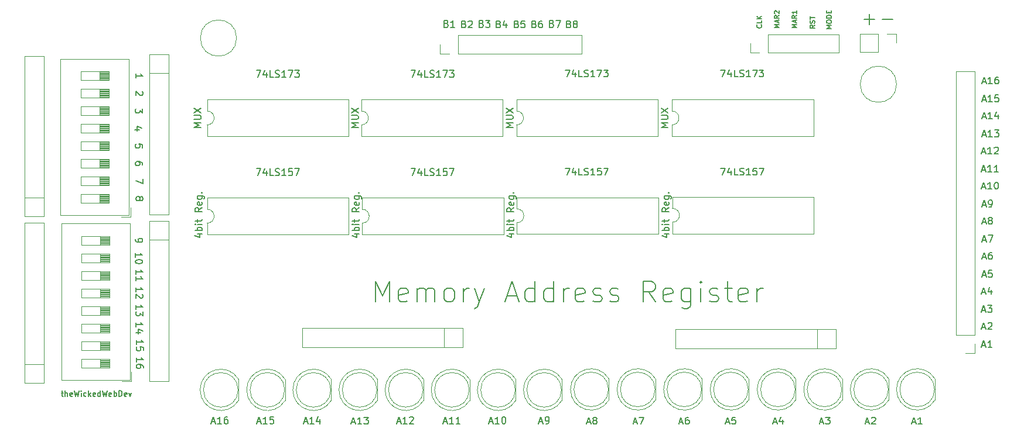
<source format=gbr>
%TF.GenerationSoftware,KiCad,Pcbnew,(5.1.9-0-10_14)*%
%TF.CreationDate,2021-04-19T21:01:21-04:00*%
%TF.ProjectId,MAR,4d41522e-6b69-4636-9164-5f7063625858,rev?*%
%TF.SameCoordinates,Original*%
%TF.FileFunction,Legend,Top*%
%TF.FilePolarity,Positive*%
%FSLAX46Y46*%
G04 Gerber Fmt 4.6, Leading zero omitted, Abs format (unit mm)*
G04 Created by KiCad (PCBNEW (5.1.9-0-10_14)) date 2021-04-19 21:01:21*
%MOMM*%
%LPD*%
G01*
G04 APERTURE LIST*
%ADD10C,0.150000*%
%ADD11C,0.120000*%
G04 APERTURE END LIST*
D10*
X62287785Y-127273071D02*
X62592547Y-127273071D01*
X62402071Y-127006404D02*
X62402071Y-127692119D01*
X62440166Y-127768309D01*
X62516357Y-127806404D01*
X62592547Y-127806404D01*
X62859214Y-127806404D02*
X62859214Y-127006404D01*
X63202071Y-127806404D02*
X63202071Y-127387357D01*
X63163976Y-127311166D01*
X63087785Y-127273071D01*
X62973500Y-127273071D01*
X62897309Y-127311166D01*
X62859214Y-127349261D01*
X63887785Y-127768309D02*
X63811595Y-127806404D01*
X63659214Y-127806404D01*
X63583023Y-127768309D01*
X63544928Y-127692119D01*
X63544928Y-127387357D01*
X63583023Y-127311166D01*
X63659214Y-127273071D01*
X63811595Y-127273071D01*
X63887785Y-127311166D01*
X63925880Y-127387357D01*
X63925880Y-127463547D01*
X63544928Y-127539738D01*
X64192547Y-127006404D02*
X64383023Y-127806404D01*
X64535404Y-127234976D01*
X64687785Y-127806404D01*
X64878261Y-127006404D01*
X65183023Y-127806404D02*
X65183023Y-127273071D01*
X65183023Y-127006404D02*
X65144928Y-127044500D01*
X65183023Y-127082595D01*
X65221119Y-127044500D01*
X65183023Y-127006404D01*
X65183023Y-127082595D01*
X65906833Y-127768309D02*
X65830642Y-127806404D01*
X65678261Y-127806404D01*
X65602071Y-127768309D01*
X65563976Y-127730214D01*
X65525880Y-127654023D01*
X65525880Y-127425452D01*
X65563976Y-127349261D01*
X65602071Y-127311166D01*
X65678261Y-127273071D01*
X65830642Y-127273071D01*
X65906833Y-127311166D01*
X66249690Y-127806404D02*
X66249690Y-127006404D01*
X66325880Y-127501642D02*
X66554452Y-127806404D01*
X66554452Y-127273071D02*
X66249690Y-127577833D01*
X67202071Y-127768309D02*
X67125880Y-127806404D01*
X66973500Y-127806404D01*
X66897309Y-127768309D01*
X66859214Y-127692119D01*
X66859214Y-127387357D01*
X66897309Y-127311166D01*
X66973500Y-127273071D01*
X67125880Y-127273071D01*
X67202071Y-127311166D01*
X67240166Y-127387357D01*
X67240166Y-127463547D01*
X66859214Y-127539738D01*
X67925880Y-127806404D02*
X67925880Y-127006404D01*
X67925880Y-127768309D02*
X67849690Y-127806404D01*
X67697309Y-127806404D01*
X67621119Y-127768309D01*
X67583023Y-127730214D01*
X67544928Y-127654023D01*
X67544928Y-127425452D01*
X67583023Y-127349261D01*
X67621119Y-127311166D01*
X67697309Y-127273071D01*
X67849690Y-127273071D01*
X67925880Y-127311166D01*
X68230642Y-127006404D02*
X68421119Y-127806404D01*
X68573500Y-127234976D01*
X68725880Y-127806404D01*
X68916357Y-127006404D01*
X69525880Y-127768309D02*
X69449690Y-127806404D01*
X69297309Y-127806404D01*
X69221119Y-127768309D01*
X69183023Y-127692119D01*
X69183023Y-127387357D01*
X69221119Y-127311166D01*
X69297309Y-127273071D01*
X69449690Y-127273071D01*
X69525880Y-127311166D01*
X69563976Y-127387357D01*
X69563976Y-127463547D01*
X69183023Y-127539738D01*
X69906833Y-127806404D02*
X69906833Y-127006404D01*
X69906833Y-127311166D02*
X69983023Y-127273071D01*
X70135404Y-127273071D01*
X70211595Y-127311166D01*
X70249690Y-127349261D01*
X70287785Y-127425452D01*
X70287785Y-127654023D01*
X70249690Y-127730214D01*
X70211595Y-127768309D01*
X70135404Y-127806404D01*
X69983023Y-127806404D01*
X69906833Y-127768309D01*
X70630642Y-127806404D02*
X70630642Y-127006404D01*
X70821119Y-127006404D01*
X70935404Y-127044500D01*
X71011595Y-127120690D01*
X71049690Y-127196880D01*
X71087785Y-127349261D01*
X71087785Y-127463547D01*
X71049690Y-127615928D01*
X71011595Y-127692119D01*
X70935404Y-127768309D01*
X70821119Y-127806404D01*
X70630642Y-127806404D01*
X71735404Y-127768309D02*
X71659214Y-127806404D01*
X71506833Y-127806404D01*
X71430642Y-127768309D01*
X71392547Y-127692119D01*
X71392547Y-127387357D01*
X71430642Y-127311166D01*
X71506833Y-127273071D01*
X71659214Y-127273071D01*
X71735404Y-127311166D01*
X71773500Y-127387357D01*
X71773500Y-127463547D01*
X71392547Y-127539738D01*
X72040166Y-127273071D02*
X72230642Y-127806404D01*
X72421119Y-127273071D01*
X107723285Y-114133142D02*
X107723285Y-111133142D01*
X108723285Y-113276000D01*
X109723285Y-111133142D01*
X109723285Y-114133142D01*
X112294714Y-113990285D02*
X112009000Y-114133142D01*
X111437571Y-114133142D01*
X111151857Y-113990285D01*
X111009000Y-113704571D01*
X111009000Y-112561714D01*
X111151857Y-112276000D01*
X111437571Y-112133142D01*
X112009000Y-112133142D01*
X112294714Y-112276000D01*
X112437571Y-112561714D01*
X112437571Y-112847428D01*
X111009000Y-113133142D01*
X113723285Y-114133142D02*
X113723285Y-112133142D01*
X113723285Y-112418857D02*
X113866142Y-112276000D01*
X114151857Y-112133142D01*
X114580428Y-112133142D01*
X114866142Y-112276000D01*
X115009000Y-112561714D01*
X115009000Y-114133142D01*
X115009000Y-112561714D02*
X115151857Y-112276000D01*
X115437571Y-112133142D01*
X115866142Y-112133142D01*
X116151857Y-112276000D01*
X116294714Y-112561714D01*
X116294714Y-114133142D01*
X118151857Y-114133142D02*
X117866142Y-113990285D01*
X117723285Y-113847428D01*
X117580428Y-113561714D01*
X117580428Y-112704571D01*
X117723285Y-112418857D01*
X117866142Y-112276000D01*
X118151857Y-112133142D01*
X118580428Y-112133142D01*
X118866142Y-112276000D01*
X119009000Y-112418857D01*
X119151857Y-112704571D01*
X119151857Y-113561714D01*
X119009000Y-113847428D01*
X118866142Y-113990285D01*
X118580428Y-114133142D01*
X118151857Y-114133142D01*
X120437571Y-114133142D02*
X120437571Y-112133142D01*
X120437571Y-112704571D02*
X120580428Y-112418857D01*
X120723285Y-112276000D01*
X121009000Y-112133142D01*
X121294714Y-112133142D01*
X122009000Y-112133142D02*
X122723285Y-114133142D01*
X123437571Y-112133142D02*
X122723285Y-114133142D01*
X122437571Y-114847428D01*
X122294714Y-114990285D01*
X122009000Y-115133142D01*
X126723285Y-113276000D02*
X128151857Y-113276000D01*
X126437571Y-114133142D02*
X127437571Y-111133142D01*
X128437571Y-114133142D01*
X130723285Y-114133142D02*
X130723285Y-111133142D01*
X130723285Y-113990285D02*
X130437571Y-114133142D01*
X129866142Y-114133142D01*
X129580428Y-113990285D01*
X129437571Y-113847428D01*
X129294714Y-113561714D01*
X129294714Y-112704571D01*
X129437571Y-112418857D01*
X129580428Y-112276000D01*
X129866142Y-112133142D01*
X130437571Y-112133142D01*
X130723285Y-112276000D01*
X133437571Y-114133142D02*
X133437571Y-111133142D01*
X133437571Y-113990285D02*
X133151857Y-114133142D01*
X132580428Y-114133142D01*
X132294714Y-113990285D01*
X132151857Y-113847428D01*
X132009000Y-113561714D01*
X132009000Y-112704571D01*
X132151857Y-112418857D01*
X132294714Y-112276000D01*
X132580428Y-112133142D01*
X133151857Y-112133142D01*
X133437571Y-112276000D01*
X134866142Y-114133142D02*
X134866142Y-112133142D01*
X134866142Y-112704571D02*
X135009000Y-112418857D01*
X135151857Y-112276000D01*
X135437571Y-112133142D01*
X135723285Y-112133142D01*
X137866142Y-113990285D02*
X137580428Y-114133142D01*
X137009000Y-114133142D01*
X136723285Y-113990285D01*
X136580428Y-113704571D01*
X136580428Y-112561714D01*
X136723285Y-112276000D01*
X137009000Y-112133142D01*
X137580428Y-112133142D01*
X137866142Y-112276000D01*
X138009000Y-112561714D01*
X138009000Y-112847428D01*
X136580428Y-113133142D01*
X139151857Y-113990285D02*
X139437571Y-114133142D01*
X140009000Y-114133142D01*
X140294714Y-113990285D01*
X140437571Y-113704571D01*
X140437571Y-113561714D01*
X140294714Y-113276000D01*
X140009000Y-113133142D01*
X139580428Y-113133142D01*
X139294714Y-112990285D01*
X139151857Y-112704571D01*
X139151857Y-112561714D01*
X139294714Y-112276000D01*
X139580428Y-112133142D01*
X140009000Y-112133142D01*
X140294714Y-112276000D01*
X141580428Y-113990285D02*
X141866142Y-114133142D01*
X142437571Y-114133142D01*
X142723285Y-113990285D01*
X142866142Y-113704571D01*
X142866142Y-113561714D01*
X142723285Y-113276000D01*
X142437571Y-113133142D01*
X142009000Y-113133142D01*
X141723285Y-112990285D01*
X141580428Y-112704571D01*
X141580428Y-112561714D01*
X141723285Y-112276000D01*
X142009000Y-112133142D01*
X142437571Y-112133142D01*
X142723285Y-112276000D01*
X148151857Y-114133142D02*
X147151857Y-112704571D01*
X146437571Y-114133142D02*
X146437571Y-111133142D01*
X147580428Y-111133142D01*
X147866142Y-111276000D01*
X148009000Y-111418857D01*
X148151857Y-111704571D01*
X148151857Y-112133142D01*
X148009000Y-112418857D01*
X147866142Y-112561714D01*
X147580428Y-112704571D01*
X146437571Y-112704571D01*
X150580428Y-113990285D02*
X150294714Y-114133142D01*
X149723285Y-114133142D01*
X149437571Y-113990285D01*
X149294714Y-113704571D01*
X149294714Y-112561714D01*
X149437571Y-112276000D01*
X149723285Y-112133142D01*
X150294714Y-112133142D01*
X150580428Y-112276000D01*
X150723285Y-112561714D01*
X150723285Y-112847428D01*
X149294714Y-113133142D01*
X153294714Y-112133142D02*
X153294714Y-114561714D01*
X153151857Y-114847428D01*
X153009000Y-114990285D01*
X152723285Y-115133142D01*
X152294714Y-115133142D01*
X152009000Y-114990285D01*
X153294714Y-113990285D02*
X153009000Y-114133142D01*
X152437571Y-114133142D01*
X152151857Y-113990285D01*
X152009000Y-113847428D01*
X151866142Y-113561714D01*
X151866142Y-112704571D01*
X152009000Y-112418857D01*
X152151857Y-112276000D01*
X152437571Y-112133142D01*
X153009000Y-112133142D01*
X153294714Y-112276000D01*
X154723285Y-114133142D02*
X154723285Y-112133142D01*
X154723285Y-111133142D02*
X154580428Y-111276000D01*
X154723285Y-111418857D01*
X154866142Y-111276000D01*
X154723285Y-111133142D01*
X154723285Y-111418857D01*
X156009000Y-113990285D02*
X156294714Y-114133142D01*
X156866142Y-114133142D01*
X157151857Y-113990285D01*
X157294714Y-113704571D01*
X157294714Y-113561714D01*
X157151857Y-113276000D01*
X156866142Y-113133142D01*
X156437571Y-113133142D01*
X156151857Y-112990285D01*
X156009000Y-112704571D01*
X156009000Y-112561714D01*
X156151857Y-112276000D01*
X156437571Y-112133142D01*
X156866142Y-112133142D01*
X157151857Y-112276000D01*
X158151857Y-112133142D02*
X159294714Y-112133142D01*
X158580428Y-111133142D02*
X158580428Y-113704571D01*
X158723285Y-113990285D01*
X159009000Y-114133142D01*
X159294714Y-114133142D01*
X161437571Y-113990285D02*
X161151857Y-114133142D01*
X160580428Y-114133142D01*
X160294714Y-113990285D01*
X160151857Y-113704571D01*
X160151857Y-112561714D01*
X160294714Y-112276000D01*
X160580428Y-112133142D01*
X161151857Y-112133142D01*
X161437571Y-112276000D01*
X161580428Y-112561714D01*
X161580428Y-112847428D01*
X160151857Y-113133142D01*
X162866142Y-114133142D02*
X162866142Y-112133142D01*
X162866142Y-112704571D02*
X163009000Y-112418857D01*
X163151857Y-112276000D01*
X163437571Y-112133142D01*
X163723285Y-112133142D01*
X73080619Y-112649023D02*
X73080619Y-112077595D01*
X73080619Y-112363309D02*
X74080619Y-112363309D01*
X73937761Y-112268071D01*
X73842523Y-112172833D01*
X73794904Y-112077595D01*
X73985380Y-113029976D02*
X74033000Y-113077595D01*
X74080619Y-113172833D01*
X74080619Y-113410928D01*
X74033000Y-113506166D01*
X73985380Y-113553785D01*
X73890142Y-113601404D01*
X73794904Y-113601404D01*
X73652047Y-113553785D01*
X73080619Y-112982357D01*
X73080619Y-113601404D01*
X73080619Y-110109023D02*
X73080619Y-109537595D01*
X73080619Y-109823309D02*
X74080619Y-109823309D01*
X73937761Y-109728071D01*
X73842523Y-109632833D01*
X73794904Y-109537595D01*
X73080619Y-111061404D02*
X73080619Y-110489976D01*
X73080619Y-110775690D02*
X74080619Y-110775690D01*
X73937761Y-110680452D01*
X73842523Y-110585214D01*
X73794904Y-110489976D01*
X73017119Y-105029023D02*
X73017119Y-105219500D01*
X73064738Y-105314738D01*
X73112357Y-105362357D01*
X73255214Y-105457595D01*
X73445690Y-105505214D01*
X73826642Y-105505214D01*
X73921880Y-105457595D01*
X73969500Y-105409976D01*
X74017119Y-105314738D01*
X74017119Y-105124261D01*
X73969500Y-105029023D01*
X73921880Y-104981404D01*
X73826642Y-104933785D01*
X73588547Y-104933785D01*
X73493309Y-104981404D01*
X73445690Y-105029023D01*
X73398071Y-105124261D01*
X73398071Y-105314738D01*
X73445690Y-105409976D01*
X73493309Y-105457595D01*
X73588547Y-105505214D01*
X73144119Y-122809023D02*
X73144119Y-122237595D01*
X73144119Y-122523309D02*
X74144119Y-122523309D01*
X74001261Y-122428071D01*
X73906023Y-122332833D01*
X73858404Y-122237595D01*
X74144119Y-123666166D02*
X74144119Y-123475690D01*
X74096500Y-123380452D01*
X74048880Y-123332833D01*
X73906023Y-123237595D01*
X73715547Y-123189976D01*
X73334595Y-123189976D01*
X73239357Y-123237595D01*
X73191738Y-123285214D01*
X73144119Y-123380452D01*
X73144119Y-123570928D01*
X73191738Y-123666166D01*
X73239357Y-123713785D01*
X73334595Y-123761404D01*
X73572690Y-123761404D01*
X73667928Y-123713785D01*
X73715547Y-123666166D01*
X73763166Y-123570928D01*
X73763166Y-123380452D01*
X73715547Y-123285214D01*
X73667928Y-123237595D01*
X73572690Y-123189976D01*
X73017119Y-107632523D02*
X73017119Y-107061095D01*
X73017119Y-107346809D02*
X74017119Y-107346809D01*
X73874261Y-107251571D01*
X73779023Y-107156333D01*
X73731404Y-107061095D01*
X74017119Y-108251571D02*
X74017119Y-108346809D01*
X73969500Y-108442047D01*
X73921880Y-108489666D01*
X73826642Y-108537285D01*
X73636166Y-108584904D01*
X73398071Y-108584904D01*
X73207595Y-108537285D01*
X73112357Y-108489666D01*
X73064738Y-108442047D01*
X73017119Y-108346809D01*
X73017119Y-108251571D01*
X73064738Y-108156333D01*
X73112357Y-108108714D01*
X73207595Y-108061095D01*
X73398071Y-108013476D01*
X73636166Y-108013476D01*
X73826642Y-108061095D01*
X73921880Y-108108714D01*
X73969500Y-108156333D01*
X74017119Y-108251571D01*
X73080619Y-117729023D02*
X73080619Y-117157595D01*
X73080619Y-117443309D02*
X74080619Y-117443309D01*
X73937761Y-117348071D01*
X73842523Y-117252833D01*
X73794904Y-117157595D01*
X73747285Y-118586166D02*
X73080619Y-118586166D01*
X74128238Y-118348071D02*
X73413952Y-118109976D01*
X73413952Y-118729023D01*
X73080619Y-115189023D02*
X73080619Y-114617595D01*
X73080619Y-114903309D02*
X74080619Y-114903309D01*
X73937761Y-114808071D01*
X73842523Y-114712833D01*
X73794904Y-114617595D01*
X74080619Y-115522357D02*
X74080619Y-116141404D01*
X73699666Y-115808071D01*
X73699666Y-115950928D01*
X73652047Y-116046166D01*
X73604428Y-116093785D01*
X73509190Y-116141404D01*
X73271095Y-116141404D01*
X73175857Y-116093785D01*
X73128238Y-116046166D01*
X73080619Y-115950928D01*
X73080619Y-115665214D01*
X73128238Y-115569976D01*
X73175857Y-115522357D01*
X73144119Y-120269023D02*
X73144119Y-119697595D01*
X73144119Y-119983309D02*
X74144119Y-119983309D01*
X74001261Y-119888071D01*
X73906023Y-119792833D01*
X73858404Y-119697595D01*
X74144119Y-121173785D02*
X74144119Y-120697595D01*
X73667928Y-120649976D01*
X73715547Y-120697595D01*
X73763166Y-120792833D01*
X73763166Y-121030928D01*
X73715547Y-121126166D01*
X73667928Y-121173785D01*
X73572690Y-121221404D01*
X73334595Y-121221404D01*
X73239357Y-121173785D01*
X73191738Y-121126166D01*
X73144119Y-121030928D01*
X73144119Y-120792833D01*
X73191738Y-120697595D01*
X73239357Y-120649976D01*
X74080619Y-96313666D02*
X74080619Y-96980333D01*
X73080619Y-96551761D01*
X73652047Y-99091761D02*
X73699666Y-98996523D01*
X73747285Y-98948904D01*
X73842523Y-98901285D01*
X73890142Y-98901285D01*
X73985380Y-98948904D01*
X74033000Y-98996523D01*
X74080619Y-99091761D01*
X74080619Y-99282238D01*
X74033000Y-99377476D01*
X73985380Y-99425095D01*
X73890142Y-99472714D01*
X73842523Y-99472714D01*
X73747285Y-99425095D01*
X73699666Y-99377476D01*
X73652047Y-99282238D01*
X73652047Y-99091761D01*
X73604428Y-98996523D01*
X73556809Y-98948904D01*
X73461571Y-98901285D01*
X73271095Y-98901285D01*
X73175857Y-98948904D01*
X73128238Y-98996523D01*
X73080619Y-99091761D01*
X73080619Y-99282238D01*
X73128238Y-99377476D01*
X73175857Y-99425095D01*
X73271095Y-99472714D01*
X73461571Y-99472714D01*
X73556809Y-99425095D01*
X73604428Y-99377476D01*
X73652047Y-99282238D01*
X74017119Y-91805095D02*
X74017119Y-91328904D01*
X73540928Y-91281285D01*
X73588547Y-91328904D01*
X73636166Y-91424142D01*
X73636166Y-91662238D01*
X73588547Y-91757476D01*
X73540928Y-91805095D01*
X73445690Y-91852714D01*
X73207595Y-91852714D01*
X73112357Y-91805095D01*
X73064738Y-91757476D01*
X73017119Y-91662238D01*
X73017119Y-91424142D01*
X73064738Y-91328904D01*
X73112357Y-91281285D01*
X74017119Y-94297476D02*
X74017119Y-94107000D01*
X73969500Y-94011761D01*
X73921880Y-93964142D01*
X73779023Y-93868904D01*
X73588547Y-93821285D01*
X73207595Y-93821285D01*
X73112357Y-93868904D01*
X73064738Y-93916523D01*
X73017119Y-94011761D01*
X73017119Y-94202238D01*
X73064738Y-94297476D01*
X73112357Y-94345095D01*
X73207595Y-94392714D01*
X73445690Y-94392714D01*
X73540928Y-94345095D01*
X73588547Y-94297476D01*
X73636166Y-94202238D01*
X73636166Y-94011761D01*
X73588547Y-93916523D01*
X73540928Y-93868904D01*
X73445690Y-93821285D01*
X74017119Y-86153666D02*
X74017119Y-86772714D01*
X73636166Y-86439380D01*
X73636166Y-86582238D01*
X73588547Y-86677476D01*
X73540928Y-86725095D01*
X73445690Y-86772714D01*
X73207595Y-86772714D01*
X73112357Y-86725095D01*
X73064738Y-86677476D01*
X73017119Y-86582238D01*
X73017119Y-86296523D01*
X73064738Y-86201285D01*
X73112357Y-86153666D01*
X73556785Y-89217476D02*
X72890119Y-89217476D01*
X73937738Y-88979380D02*
X73223452Y-88741285D01*
X73223452Y-89360333D01*
X73985380Y-83661285D02*
X74033000Y-83708904D01*
X74080619Y-83804142D01*
X74080619Y-84042238D01*
X74033000Y-84137476D01*
X73985380Y-84185095D01*
X73890142Y-84232714D01*
X73794904Y-84232714D01*
X73652047Y-84185095D01*
X73080619Y-83613666D01*
X73080619Y-84232714D01*
X73080619Y-81692714D02*
X73080619Y-81121285D01*
X73080619Y-81407000D02*
X74080619Y-81407000D01*
X73937761Y-81311761D01*
X73842523Y-81216523D01*
X73794904Y-81121285D01*
X127039714Y-104322214D02*
X127706380Y-104322214D01*
X126658761Y-104560309D02*
X127373047Y-104798404D01*
X127373047Y-104179357D01*
X127706380Y-103798404D02*
X126706380Y-103798404D01*
X127087333Y-103798404D02*
X127039714Y-103703166D01*
X127039714Y-103512690D01*
X127087333Y-103417452D01*
X127134952Y-103369833D01*
X127230190Y-103322214D01*
X127515904Y-103322214D01*
X127611142Y-103369833D01*
X127658761Y-103417452D01*
X127706380Y-103512690D01*
X127706380Y-103703166D01*
X127658761Y-103798404D01*
X127706380Y-102893642D02*
X127039714Y-102893642D01*
X126706380Y-102893642D02*
X126754000Y-102941261D01*
X126801619Y-102893642D01*
X126754000Y-102846023D01*
X126706380Y-102893642D01*
X126801619Y-102893642D01*
X127039714Y-102560309D02*
X127039714Y-102179357D01*
X126706380Y-102417452D02*
X127563523Y-102417452D01*
X127658761Y-102369833D01*
X127706380Y-102274595D01*
X127706380Y-102179357D01*
X127706380Y-100512690D02*
X127230190Y-100846023D01*
X127706380Y-101084119D02*
X126706380Y-101084119D01*
X126706380Y-100703166D01*
X126754000Y-100607928D01*
X126801619Y-100560309D01*
X126896857Y-100512690D01*
X127039714Y-100512690D01*
X127134952Y-100560309D01*
X127182571Y-100607928D01*
X127230190Y-100703166D01*
X127230190Y-101084119D01*
X127658761Y-99703166D02*
X127706380Y-99798404D01*
X127706380Y-99988880D01*
X127658761Y-100084119D01*
X127563523Y-100131738D01*
X127182571Y-100131738D01*
X127087333Y-100084119D01*
X127039714Y-99988880D01*
X127039714Y-99798404D01*
X127087333Y-99703166D01*
X127182571Y-99655547D01*
X127277809Y-99655547D01*
X127373047Y-100131738D01*
X127039714Y-98798404D02*
X127849238Y-98798404D01*
X127944476Y-98846023D01*
X127992095Y-98893642D01*
X128039714Y-98988880D01*
X128039714Y-99131738D01*
X127992095Y-99226976D01*
X127658761Y-98798404D02*
X127706380Y-98893642D01*
X127706380Y-99084119D01*
X127658761Y-99179357D01*
X127611142Y-99226976D01*
X127515904Y-99274595D01*
X127230190Y-99274595D01*
X127134952Y-99226976D01*
X127087333Y-99179357D01*
X127039714Y-99084119D01*
X127039714Y-98893642D01*
X127087333Y-98798404D01*
X127611142Y-98322214D02*
X127658761Y-98274595D01*
X127706380Y-98322214D01*
X127658761Y-98369833D01*
X127611142Y-98322214D01*
X127706380Y-98322214D01*
X149455214Y-104322214D02*
X150121880Y-104322214D01*
X149074261Y-104560309D02*
X149788547Y-104798404D01*
X149788547Y-104179357D01*
X150121880Y-103798404D02*
X149121880Y-103798404D01*
X149502833Y-103798404D02*
X149455214Y-103703166D01*
X149455214Y-103512690D01*
X149502833Y-103417452D01*
X149550452Y-103369833D01*
X149645690Y-103322214D01*
X149931404Y-103322214D01*
X150026642Y-103369833D01*
X150074261Y-103417452D01*
X150121880Y-103512690D01*
X150121880Y-103703166D01*
X150074261Y-103798404D01*
X150121880Y-102893642D02*
X149455214Y-102893642D01*
X149121880Y-102893642D02*
X149169500Y-102941261D01*
X149217119Y-102893642D01*
X149169500Y-102846023D01*
X149121880Y-102893642D01*
X149217119Y-102893642D01*
X149455214Y-102560309D02*
X149455214Y-102179357D01*
X149121880Y-102417452D02*
X149979023Y-102417452D01*
X150074261Y-102369833D01*
X150121880Y-102274595D01*
X150121880Y-102179357D01*
X150121880Y-100512690D02*
X149645690Y-100846023D01*
X150121880Y-101084119D02*
X149121880Y-101084119D01*
X149121880Y-100703166D01*
X149169500Y-100607928D01*
X149217119Y-100560309D01*
X149312357Y-100512690D01*
X149455214Y-100512690D01*
X149550452Y-100560309D01*
X149598071Y-100607928D01*
X149645690Y-100703166D01*
X149645690Y-101084119D01*
X150074261Y-99703166D02*
X150121880Y-99798404D01*
X150121880Y-99988880D01*
X150074261Y-100084119D01*
X149979023Y-100131738D01*
X149598071Y-100131738D01*
X149502833Y-100084119D01*
X149455214Y-99988880D01*
X149455214Y-99798404D01*
X149502833Y-99703166D01*
X149598071Y-99655547D01*
X149693309Y-99655547D01*
X149788547Y-100131738D01*
X149455214Y-98798404D02*
X150264738Y-98798404D01*
X150359976Y-98846023D01*
X150407595Y-98893642D01*
X150455214Y-98988880D01*
X150455214Y-99131738D01*
X150407595Y-99226976D01*
X150074261Y-98798404D02*
X150121880Y-98893642D01*
X150121880Y-99084119D01*
X150074261Y-99179357D01*
X150026642Y-99226976D01*
X149931404Y-99274595D01*
X149645690Y-99274595D01*
X149550452Y-99226976D01*
X149502833Y-99179357D01*
X149455214Y-99084119D01*
X149455214Y-98893642D01*
X149502833Y-98798404D01*
X150026642Y-98322214D02*
X150074261Y-98274595D01*
X150121880Y-98322214D01*
X150074261Y-98369833D01*
X150026642Y-98322214D01*
X150121880Y-98322214D01*
X81954714Y-104322214D02*
X82621380Y-104322214D01*
X81573761Y-104560309D02*
X82288047Y-104798404D01*
X82288047Y-104179357D01*
X82621380Y-103798404D02*
X81621380Y-103798404D01*
X82002333Y-103798404D02*
X81954714Y-103703166D01*
X81954714Y-103512690D01*
X82002333Y-103417452D01*
X82049952Y-103369833D01*
X82145190Y-103322214D01*
X82430904Y-103322214D01*
X82526142Y-103369833D01*
X82573761Y-103417452D01*
X82621380Y-103512690D01*
X82621380Y-103703166D01*
X82573761Y-103798404D01*
X82621380Y-102893642D02*
X81954714Y-102893642D01*
X81621380Y-102893642D02*
X81669000Y-102941261D01*
X81716619Y-102893642D01*
X81669000Y-102846023D01*
X81621380Y-102893642D01*
X81716619Y-102893642D01*
X81954714Y-102560309D02*
X81954714Y-102179357D01*
X81621380Y-102417452D02*
X82478523Y-102417452D01*
X82573761Y-102369833D01*
X82621380Y-102274595D01*
X82621380Y-102179357D01*
X82621380Y-100512690D02*
X82145190Y-100846023D01*
X82621380Y-101084119D02*
X81621380Y-101084119D01*
X81621380Y-100703166D01*
X81669000Y-100607928D01*
X81716619Y-100560309D01*
X81811857Y-100512690D01*
X81954714Y-100512690D01*
X82049952Y-100560309D01*
X82097571Y-100607928D01*
X82145190Y-100703166D01*
X82145190Y-101084119D01*
X82573761Y-99703166D02*
X82621380Y-99798404D01*
X82621380Y-99988880D01*
X82573761Y-100084119D01*
X82478523Y-100131738D01*
X82097571Y-100131738D01*
X82002333Y-100084119D01*
X81954714Y-99988880D01*
X81954714Y-99798404D01*
X82002333Y-99703166D01*
X82097571Y-99655547D01*
X82192809Y-99655547D01*
X82288047Y-100131738D01*
X81954714Y-98798404D02*
X82764238Y-98798404D01*
X82859476Y-98846023D01*
X82907095Y-98893642D01*
X82954714Y-98988880D01*
X82954714Y-99131738D01*
X82907095Y-99226976D01*
X82573761Y-98798404D02*
X82621380Y-98893642D01*
X82621380Y-99084119D01*
X82573761Y-99179357D01*
X82526142Y-99226976D01*
X82430904Y-99274595D01*
X82145190Y-99274595D01*
X82049952Y-99226976D01*
X82002333Y-99179357D01*
X81954714Y-99084119D01*
X81954714Y-98893642D01*
X82002333Y-98798404D01*
X82526142Y-98322214D02*
X82573761Y-98274595D01*
X82621380Y-98322214D01*
X82573761Y-98369833D01*
X82526142Y-98322214D01*
X82621380Y-98322214D01*
X104687714Y-104322214D02*
X105354380Y-104322214D01*
X104306761Y-104560309D02*
X105021047Y-104798404D01*
X105021047Y-104179357D01*
X105354380Y-103798404D02*
X104354380Y-103798404D01*
X104735333Y-103798404D02*
X104687714Y-103703166D01*
X104687714Y-103512690D01*
X104735333Y-103417452D01*
X104782952Y-103369833D01*
X104878190Y-103322214D01*
X105163904Y-103322214D01*
X105259142Y-103369833D01*
X105306761Y-103417452D01*
X105354380Y-103512690D01*
X105354380Y-103703166D01*
X105306761Y-103798404D01*
X105354380Y-102893642D02*
X104687714Y-102893642D01*
X104354380Y-102893642D02*
X104402000Y-102941261D01*
X104449619Y-102893642D01*
X104402000Y-102846023D01*
X104354380Y-102893642D01*
X104449619Y-102893642D01*
X104687714Y-102560309D02*
X104687714Y-102179357D01*
X104354380Y-102417452D02*
X105211523Y-102417452D01*
X105306761Y-102369833D01*
X105354380Y-102274595D01*
X105354380Y-102179357D01*
X105354380Y-100512690D02*
X104878190Y-100846023D01*
X105354380Y-101084119D02*
X104354380Y-101084119D01*
X104354380Y-100703166D01*
X104402000Y-100607928D01*
X104449619Y-100560309D01*
X104544857Y-100512690D01*
X104687714Y-100512690D01*
X104782952Y-100560309D01*
X104830571Y-100607928D01*
X104878190Y-100703166D01*
X104878190Y-101084119D01*
X105306761Y-99703166D02*
X105354380Y-99798404D01*
X105354380Y-99988880D01*
X105306761Y-100084119D01*
X105211523Y-100131738D01*
X104830571Y-100131738D01*
X104735333Y-100084119D01*
X104687714Y-99988880D01*
X104687714Y-99798404D01*
X104735333Y-99703166D01*
X104830571Y-99655547D01*
X104925809Y-99655547D01*
X105021047Y-100131738D01*
X104687714Y-98798404D02*
X105497238Y-98798404D01*
X105592476Y-98846023D01*
X105640095Y-98893642D01*
X105687714Y-98988880D01*
X105687714Y-99131738D01*
X105640095Y-99226976D01*
X105306761Y-98798404D02*
X105354380Y-98893642D01*
X105354380Y-99084119D01*
X105306761Y-99179357D01*
X105259142Y-99226976D01*
X105163904Y-99274595D01*
X104878190Y-99274595D01*
X104782952Y-99226976D01*
X104735333Y-99179357D01*
X104687714Y-99084119D01*
X104687714Y-98893642D01*
X104735333Y-98798404D01*
X105259142Y-98322214D02*
X105306761Y-98274595D01*
X105354380Y-98322214D01*
X105306761Y-98369833D01*
X105259142Y-98322214D01*
X105354380Y-98322214D01*
X149994880Y-88836333D02*
X148994880Y-88836333D01*
X149709166Y-88503000D01*
X148994880Y-88169666D01*
X149994880Y-88169666D01*
X148994880Y-87693476D02*
X149804404Y-87693476D01*
X149899642Y-87645857D01*
X149947261Y-87598238D01*
X149994880Y-87503000D01*
X149994880Y-87312523D01*
X149947261Y-87217285D01*
X149899642Y-87169666D01*
X149804404Y-87122047D01*
X148994880Y-87122047D01*
X148994880Y-86741095D02*
X149994880Y-86074428D01*
X148994880Y-86074428D02*
X149994880Y-86741095D01*
X127579380Y-88836333D02*
X126579380Y-88836333D01*
X127293666Y-88503000D01*
X126579380Y-88169666D01*
X127579380Y-88169666D01*
X126579380Y-87693476D02*
X127388904Y-87693476D01*
X127484142Y-87645857D01*
X127531761Y-87598238D01*
X127579380Y-87503000D01*
X127579380Y-87312523D01*
X127531761Y-87217285D01*
X127484142Y-87169666D01*
X127388904Y-87122047D01*
X126579380Y-87122047D01*
X126579380Y-86741095D02*
X127579380Y-86074428D01*
X126579380Y-86074428D02*
X127579380Y-86741095D01*
X105227380Y-88836333D02*
X104227380Y-88836333D01*
X104941666Y-88503000D01*
X104227380Y-88169666D01*
X105227380Y-88169666D01*
X104227380Y-87693476D02*
X105036904Y-87693476D01*
X105132142Y-87645857D01*
X105179761Y-87598238D01*
X105227380Y-87503000D01*
X105227380Y-87312523D01*
X105179761Y-87217285D01*
X105132142Y-87169666D01*
X105036904Y-87122047D01*
X104227380Y-87122047D01*
X104227380Y-86741095D02*
X105227380Y-86074428D01*
X104227380Y-86074428D02*
X105227380Y-86741095D01*
X82494380Y-88836333D02*
X81494380Y-88836333D01*
X82208666Y-88503000D01*
X81494380Y-88169666D01*
X82494380Y-88169666D01*
X81494380Y-87693476D02*
X82303904Y-87693476D01*
X82399142Y-87645857D01*
X82446761Y-87598238D01*
X82494380Y-87503000D01*
X82494380Y-87312523D01*
X82446761Y-87217285D01*
X82399142Y-87169666D01*
X82303904Y-87122047D01*
X81494380Y-87122047D01*
X81494380Y-86741095D02*
X82494380Y-86074428D01*
X81494380Y-86074428D02*
X82494380Y-86741095D01*
X157599452Y-94765880D02*
X158266119Y-94765880D01*
X157837547Y-95765880D01*
X159075642Y-95099214D02*
X159075642Y-95765880D01*
X158837547Y-94718261D02*
X158599452Y-95432547D01*
X159218500Y-95432547D01*
X160075642Y-95765880D02*
X159599452Y-95765880D01*
X159599452Y-94765880D01*
X160361357Y-95718261D02*
X160504214Y-95765880D01*
X160742309Y-95765880D01*
X160837547Y-95718261D01*
X160885166Y-95670642D01*
X160932785Y-95575404D01*
X160932785Y-95480166D01*
X160885166Y-95384928D01*
X160837547Y-95337309D01*
X160742309Y-95289690D01*
X160551833Y-95242071D01*
X160456595Y-95194452D01*
X160408976Y-95146833D01*
X160361357Y-95051595D01*
X160361357Y-94956357D01*
X160408976Y-94861119D01*
X160456595Y-94813500D01*
X160551833Y-94765880D01*
X160789928Y-94765880D01*
X160932785Y-94813500D01*
X161885166Y-95765880D02*
X161313738Y-95765880D01*
X161599452Y-95765880D02*
X161599452Y-94765880D01*
X161504214Y-94908738D01*
X161408976Y-95003976D01*
X161313738Y-95051595D01*
X162789928Y-94765880D02*
X162313738Y-94765880D01*
X162266119Y-95242071D01*
X162313738Y-95194452D01*
X162408976Y-95146833D01*
X162647071Y-95146833D01*
X162742309Y-95194452D01*
X162789928Y-95242071D01*
X162837547Y-95337309D01*
X162837547Y-95575404D01*
X162789928Y-95670642D01*
X162742309Y-95718261D01*
X162647071Y-95765880D01*
X162408976Y-95765880D01*
X162313738Y-95718261D01*
X162266119Y-95670642D01*
X163170880Y-94765880D02*
X163837547Y-94765880D01*
X163408976Y-95765880D01*
X112831952Y-94829380D02*
X113498619Y-94829380D01*
X113070047Y-95829380D01*
X114308142Y-95162714D02*
X114308142Y-95829380D01*
X114070047Y-94781761D02*
X113831952Y-95496047D01*
X114451000Y-95496047D01*
X115308142Y-95829380D02*
X114831952Y-95829380D01*
X114831952Y-94829380D01*
X115593857Y-95781761D02*
X115736714Y-95829380D01*
X115974809Y-95829380D01*
X116070047Y-95781761D01*
X116117666Y-95734142D01*
X116165285Y-95638904D01*
X116165285Y-95543666D01*
X116117666Y-95448428D01*
X116070047Y-95400809D01*
X115974809Y-95353190D01*
X115784333Y-95305571D01*
X115689095Y-95257952D01*
X115641476Y-95210333D01*
X115593857Y-95115095D01*
X115593857Y-95019857D01*
X115641476Y-94924619D01*
X115689095Y-94877000D01*
X115784333Y-94829380D01*
X116022428Y-94829380D01*
X116165285Y-94877000D01*
X117117666Y-95829380D02*
X116546238Y-95829380D01*
X116831952Y-95829380D02*
X116831952Y-94829380D01*
X116736714Y-94972238D01*
X116641476Y-95067476D01*
X116546238Y-95115095D01*
X118022428Y-94829380D02*
X117546238Y-94829380D01*
X117498619Y-95305571D01*
X117546238Y-95257952D01*
X117641476Y-95210333D01*
X117879571Y-95210333D01*
X117974809Y-95257952D01*
X118022428Y-95305571D01*
X118070047Y-95400809D01*
X118070047Y-95638904D01*
X118022428Y-95734142D01*
X117974809Y-95781761D01*
X117879571Y-95829380D01*
X117641476Y-95829380D01*
X117546238Y-95781761D01*
X117498619Y-95734142D01*
X118403380Y-94829380D02*
X119070047Y-94829380D01*
X118641476Y-95829380D01*
X135120452Y-94765880D02*
X135787119Y-94765880D01*
X135358547Y-95765880D01*
X136596642Y-95099214D02*
X136596642Y-95765880D01*
X136358547Y-94718261D02*
X136120452Y-95432547D01*
X136739500Y-95432547D01*
X137596642Y-95765880D02*
X137120452Y-95765880D01*
X137120452Y-94765880D01*
X137882357Y-95718261D02*
X138025214Y-95765880D01*
X138263309Y-95765880D01*
X138358547Y-95718261D01*
X138406166Y-95670642D01*
X138453785Y-95575404D01*
X138453785Y-95480166D01*
X138406166Y-95384928D01*
X138358547Y-95337309D01*
X138263309Y-95289690D01*
X138072833Y-95242071D01*
X137977595Y-95194452D01*
X137929976Y-95146833D01*
X137882357Y-95051595D01*
X137882357Y-94956357D01*
X137929976Y-94861119D01*
X137977595Y-94813500D01*
X138072833Y-94765880D01*
X138310928Y-94765880D01*
X138453785Y-94813500D01*
X139406166Y-95765880D02*
X138834738Y-95765880D01*
X139120452Y-95765880D02*
X139120452Y-94765880D01*
X139025214Y-94908738D01*
X138929976Y-95003976D01*
X138834738Y-95051595D01*
X140310928Y-94765880D02*
X139834738Y-94765880D01*
X139787119Y-95242071D01*
X139834738Y-95194452D01*
X139929976Y-95146833D01*
X140168071Y-95146833D01*
X140263309Y-95194452D01*
X140310928Y-95242071D01*
X140358547Y-95337309D01*
X140358547Y-95575404D01*
X140310928Y-95670642D01*
X140263309Y-95718261D01*
X140168071Y-95765880D01*
X139929976Y-95765880D01*
X139834738Y-95718261D01*
X139787119Y-95670642D01*
X140691880Y-94765880D02*
X141358547Y-94765880D01*
X140929976Y-95765880D01*
X90479952Y-94829380D02*
X91146619Y-94829380D01*
X90718047Y-95829380D01*
X91956142Y-95162714D02*
X91956142Y-95829380D01*
X91718047Y-94781761D02*
X91479952Y-95496047D01*
X92099000Y-95496047D01*
X92956142Y-95829380D02*
X92479952Y-95829380D01*
X92479952Y-94829380D01*
X93241857Y-95781761D02*
X93384714Y-95829380D01*
X93622809Y-95829380D01*
X93718047Y-95781761D01*
X93765666Y-95734142D01*
X93813285Y-95638904D01*
X93813285Y-95543666D01*
X93765666Y-95448428D01*
X93718047Y-95400809D01*
X93622809Y-95353190D01*
X93432333Y-95305571D01*
X93337095Y-95257952D01*
X93289476Y-95210333D01*
X93241857Y-95115095D01*
X93241857Y-95019857D01*
X93289476Y-94924619D01*
X93337095Y-94877000D01*
X93432333Y-94829380D01*
X93670428Y-94829380D01*
X93813285Y-94877000D01*
X94765666Y-95829380D02*
X94194238Y-95829380D01*
X94479952Y-95829380D02*
X94479952Y-94829380D01*
X94384714Y-94972238D01*
X94289476Y-95067476D01*
X94194238Y-95115095D01*
X95670428Y-94829380D02*
X95194238Y-94829380D01*
X95146619Y-95305571D01*
X95194238Y-95257952D01*
X95289476Y-95210333D01*
X95527571Y-95210333D01*
X95622809Y-95257952D01*
X95670428Y-95305571D01*
X95718047Y-95400809D01*
X95718047Y-95638904D01*
X95670428Y-95734142D01*
X95622809Y-95781761D01*
X95527571Y-95829380D01*
X95289476Y-95829380D01*
X95194238Y-95781761D01*
X95146619Y-95734142D01*
X96051380Y-94829380D02*
X96718047Y-94829380D01*
X96289476Y-95829380D01*
X157599452Y-80541880D02*
X158266119Y-80541880D01*
X157837547Y-81541880D01*
X159075642Y-80875214D02*
X159075642Y-81541880D01*
X158837547Y-80494261D02*
X158599452Y-81208547D01*
X159218500Y-81208547D01*
X160075642Y-81541880D02*
X159599452Y-81541880D01*
X159599452Y-80541880D01*
X160361357Y-81494261D02*
X160504214Y-81541880D01*
X160742309Y-81541880D01*
X160837547Y-81494261D01*
X160885166Y-81446642D01*
X160932785Y-81351404D01*
X160932785Y-81256166D01*
X160885166Y-81160928D01*
X160837547Y-81113309D01*
X160742309Y-81065690D01*
X160551833Y-81018071D01*
X160456595Y-80970452D01*
X160408976Y-80922833D01*
X160361357Y-80827595D01*
X160361357Y-80732357D01*
X160408976Y-80637119D01*
X160456595Y-80589500D01*
X160551833Y-80541880D01*
X160789928Y-80541880D01*
X160932785Y-80589500D01*
X161885166Y-81541880D02*
X161313738Y-81541880D01*
X161599452Y-81541880D02*
X161599452Y-80541880D01*
X161504214Y-80684738D01*
X161408976Y-80779976D01*
X161313738Y-80827595D01*
X162218500Y-80541880D02*
X162885166Y-80541880D01*
X162456595Y-81541880D01*
X163170880Y-80541880D02*
X163789928Y-80541880D01*
X163456595Y-80922833D01*
X163599452Y-80922833D01*
X163694690Y-80970452D01*
X163742309Y-81018071D01*
X163789928Y-81113309D01*
X163789928Y-81351404D01*
X163742309Y-81446642D01*
X163694690Y-81494261D01*
X163599452Y-81541880D01*
X163313738Y-81541880D01*
X163218500Y-81494261D01*
X163170880Y-81446642D01*
X135120452Y-80541880D02*
X135787119Y-80541880D01*
X135358547Y-81541880D01*
X136596642Y-80875214D02*
X136596642Y-81541880D01*
X136358547Y-80494261D02*
X136120452Y-81208547D01*
X136739500Y-81208547D01*
X137596642Y-81541880D02*
X137120452Y-81541880D01*
X137120452Y-80541880D01*
X137882357Y-81494261D02*
X138025214Y-81541880D01*
X138263309Y-81541880D01*
X138358547Y-81494261D01*
X138406166Y-81446642D01*
X138453785Y-81351404D01*
X138453785Y-81256166D01*
X138406166Y-81160928D01*
X138358547Y-81113309D01*
X138263309Y-81065690D01*
X138072833Y-81018071D01*
X137977595Y-80970452D01*
X137929976Y-80922833D01*
X137882357Y-80827595D01*
X137882357Y-80732357D01*
X137929976Y-80637119D01*
X137977595Y-80589500D01*
X138072833Y-80541880D01*
X138310928Y-80541880D01*
X138453785Y-80589500D01*
X139406166Y-81541880D02*
X138834738Y-81541880D01*
X139120452Y-81541880D02*
X139120452Y-80541880D01*
X139025214Y-80684738D01*
X138929976Y-80779976D01*
X138834738Y-80827595D01*
X139739500Y-80541880D02*
X140406166Y-80541880D01*
X139977595Y-81541880D01*
X140691880Y-80541880D02*
X141310928Y-80541880D01*
X140977595Y-80922833D01*
X141120452Y-80922833D01*
X141215690Y-80970452D01*
X141263309Y-81018071D01*
X141310928Y-81113309D01*
X141310928Y-81351404D01*
X141263309Y-81446642D01*
X141215690Y-81494261D01*
X141120452Y-81541880D01*
X140834738Y-81541880D01*
X140739500Y-81494261D01*
X140691880Y-81446642D01*
X112831952Y-80605380D02*
X113498619Y-80605380D01*
X113070047Y-81605380D01*
X114308142Y-80938714D02*
X114308142Y-81605380D01*
X114070047Y-80557761D02*
X113831952Y-81272047D01*
X114451000Y-81272047D01*
X115308142Y-81605380D02*
X114831952Y-81605380D01*
X114831952Y-80605380D01*
X115593857Y-81557761D02*
X115736714Y-81605380D01*
X115974809Y-81605380D01*
X116070047Y-81557761D01*
X116117666Y-81510142D01*
X116165285Y-81414904D01*
X116165285Y-81319666D01*
X116117666Y-81224428D01*
X116070047Y-81176809D01*
X115974809Y-81129190D01*
X115784333Y-81081571D01*
X115689095Y-81033952D01*
X115641476Y-80986333D01*
X115593857Y-80891095D01*
X115593857Y-80795857D01*
X115641476Y-80700619D01*
X115689095Y-80653000D01*
X115784333Y-80605380D01*
X116022428Y-80605380D01*
X116165285Y-80653000D01*
X117117666Y-81605380D02*
X116546238Y-81605380D01*
X116831952Y-81605380D02*
X116831952Y-80605380D01*
X116736714Y-80748238D01*
X116641476Y-80843476D01*
X116546238Y-80891095D01*
X117451000Y-80605380D02*
X118117666Y-80605380D01*
X117689095Y-81605380D01*
X118403380Y-80605380D02*
X119022428Y-80605380D01*
X118689095Y-80986333D01*
X118831952Y-80986333D01*
X118927190Y-81033952D01*
X118974809Y-81081571D01*
X119022428Y-81176809D01*
X119022428Y-81414904D01*
X118974809Y-81510142D01*
X118927190Y-81557761D01*
X118831952Y-81605380D01*
X118546238Y-81605380D01*
X118451000Y-81557761D01*
X118403380Y-81510142D01*
X90479952Y-80605380D02*
X91146619Y-80605380D01*
X90718047Y-81605380D01*
X91956142Y-80938714D02*
X91956142Y-81605380D01*
X91718047Y-80557761D02*
X91479952Y-81272047D01*
X92099000Y-81272047D01*
X92956142Y-81605380D02*
X92479952Y-81605380D01*
X92479952Y-80605380D01*
X93241857Y-81557761D02*
X93384714Y-81605380D01*
X93622809Y-81605380D01*
X93718047Y-81557761D01*
X93765666Y-81510142D01*
X93813285Y-81414904D01*
X93813285Y-81319666D01*
X93765666Y-81224428D01*
X93718047Y-81176809D01*
X93622809Y-81129190D01*
X93432333Y-81081571D01*
X93337095Y-81033952D01*
X93289476Y-80986333D01*
X93241857Y-80891095D01*
X93241857Y-80795857D01*
X93289476Y-80700619D01*
X93337095Y-80653000D01*
X93432333Y-80605380D01*
X93670428Y-80605380D01*
X93813285Y-80653000D01*
X94765666Y-81605380D02*
X94194238Y-81605380D01*
X94479952Y-81605380D02*
X94479952Y-80605380D01*
X94384714Y-80748238D01*
X94289476Y-80843476D01*
X94194238Y-80891095D01*
X95099000Y-80605380D02*
X95765666Y-80605380D01*
X95337095Y-81605380D01*
X96051380Y-80605380D02*
X96670428Y-80605380D01*
X96337095Y-80986333D01*
X96479952Y-80986333D01*
X96575190Y-81033952D01*
X96622809Y-81081571D01*
X96670428Y-81176809D01*
X96670428Y-81414904D01*
X96622809Y-81510142D01*
X96575190Y-81557761D01*
X96479952Y-81605380D01*
X96194238Y-81605380D01*
X96099000Y-81557761D01*
X96051380Y-81510142D01*
X195342023Y-92432166D02*
X195818214Y-92432166D01*
X195246785Y-92717880D02*
X195580119Y-91717880D01*
X195913452Y-92717880D01*
X196770595Y-92717880D02*
X196199166Y-92717880D01*
X196484880Y-92717880D02*
X196484880Y-91717880D01*
X196389642Y-91860738D01*
X196294404Y-91955976D01*
X196199166Y-92003595D01*
X197151547Y-91813119D02*
X197199166Y-91765500D01*
X197294404Y-91717880D01*
X197532500Y-91717880D01*
X197627738Y-91765500D01*
X197675357Y-91813119D01*
X197722976Y-91908357D01*
X197722976Y-92003595D01*
X197675357Y-92146452D01*
X197103928Y-92717880D01*
X197722976Y-92717880D01*
X195342023Y-95035666D02*
X195818214Y-95035666D01*
X195246785Y-95321380D02*
X195580119Y-94321380D01*
X195913452Y-95321380D01*
X196770595Y-95321380D02*
X196199166Y-95321380D01*
X196484880Y-95321380D02*
X196484880Y-94321380D01*
X196389642Y-94464238D01*
X196294404Y-94559476D01*
X196199166Y-94607095D01*
X197722976Y-95321380D02*
X197151547Y-95321380D01*
X197437261Y-95321380D02*
X197437261Y-94321380D01*
X197342023Y-94464238D01*
X197246785Y-94559476D01*
X197151547Y-94607095D01*
X195437214Y-100115666D02*
X195913404Y-100115666D01*
X195341976Y-100401380D02*
X195675309Y-99401380D01*
X196008642Y-100401380D01*
X196389595Y-100401380D02*
X196580071Y-100401380D01*
X196675309Y-100353761D01*
X196722928Y-100306142D01*
X196818166Y-100163285D01*
X196865785Y-99972809D01*
X196865785Y-99591857D01*
X196818166Y-99496619D01*
X196770547Y-99449000D01*
X196675309Y-99401380D01*
X196484833Y-99401380D01*
X196389595Y-99449000D01*
X196341976Y-99496619D01*
X196294357Y-99591857D01*
X196294357Y-99829952D01*
X196341976Y-99925190D01*
X196389595Y-99972809D01*
X196484833Y-100020428D01*
X196675309Y-100020428D01*
X196770547Y-99972809D01*
X196818166Y-99925190D01*
X196865785Y-99829952D01*
X195405523Y-82272166D02*
X195881714Y-82272166D01*
X195310285Y-82557880D02*
X195643619Y-81557880D01*
X195976952Y-82557880D01*
X196834095Y-82557880D02*
X196262666Y-82557880D01*
X196548380Y-82557880D02*
X196548380Y-81557880D01*
X196453142Y-81700738D01*
X196357904Y-81795976D01*
X196262666Y-81843595D01*
X197691238Y-81557880D02*
X197500761Y-81557880D01*
X197405523Y-81605500D01*
X197357904Y-81653119D01*
X197262666Y-81795976D01*
X197215047Y-81986452D01*
X197215047Y-82367404D01*
X197262666Y-82462642D01*
X197310285Y-82510261D01*
X197405523Y-82557880D01*
X197596000Y-82557880D01*
X197691238Y-82510261D01*
X197738857Y-82462642D01*
X197786476Y-82367404D01*
X197786476Y-82129309D01*
X197738857Y-82034071D01*
X197691238Y-81986452D01*
X197596000Y-81938833D01*
X197405523Y-81938833D01*
X197310285Y-81986452D01*
X197262666Y-82034071D01*
X197215047Y-82129309D01*
X195405523Y-87352166D02*
X195881714Y-87352166D01*
X195310285Y-87637880D02*
X195643619Y-86637880D01*
X195976952Y-87637880D01*
X196834095Y-87637880D02*
X196262666Y-87637880D01*
X196548380Y-87637880D02*
X196548380Y-86637880D01*
X196453142Y-86780738D01*
X196357904Y-86875976D01*
X196262666Y-86923595D01*
X197691238Y-86971214D02*
X197691238Y-87637880D01*
X197453142Y-86590261D02*
X197215047Y-87304547D01*
X197834095Y-87304547D01*
X195405523Y-89955666D02*
X195881714Y-89955666D01*
X195310285Y-90241380D02*
X195643619Y-89241380D01*
X195976952Y-90241380D01*
X196834095Y-90241380D02*
X196262666Y-90241380D01*
X196548380Y-90241380D02*
X196548380Y-89241380D01*
X196453142Y-89384238D01*
X196357904Y-89479476D01*
X196262666Y-89527095D01*
X197167428Y-89241380D02*
X197786476Y-89241380D01*
X197453142Y-89622333D01*
X197596000Y-89622333D01*
X197691238Y-89669952D01*
X197738857Y-89717571D01*
X197786476Y-89812809D01*
X197786476Y-90050904D01*
X197738857Y-90146142D01*
X197691238Y-90193761D01*
X197596000Y-90241380D01*
X197310285Y-90241380D01*
X197215047Y-90193761D01*
X197167428Y-90146142D01*
X195405523Y-84875666D02*
X195881714Y-84875666D01*
X195310285Y-85161380D02*
X195643619Y-84161380D01*
X195976952Y-85161380D01*
X196834095Y-85161380D02*
X196262666Y-85161380D01*
X196548380Y-85161380D02*
X196548380Y-84161380D01*
X196453142Y-84304238D01*
X196357904Y-84399476D01*
X196262666Y-84447095D01*
X197738857Y-84161380D02*
X197262666Y-84161380D01*
X197215047Y-84637571D01*
X197262666Y-84589952D01*
X197357904Y-84542333D01*
X197596000Y-84542333D01*
X197691238Y-84589952D01*
X197738857Y-84637571D01*
X197786476Y-84732809D01*
X197786476Y-84970904D01*
X197738857Y-85066142D01*
X197691238Y-85113761D01*
X197596000Y-85161380D01*
X197357904Y-85161380D01*
X197262666Y-85113761D01*
X197215047Y-85066142D01*
X195342023Y-97512166D02*
X195818214Y-97512166D01*
X195246785Y-97797880D02*
X195580119Y-96797880D01*
X195913452Y-97797880D01*
X196770595Y-97797880D02*
X196199166Y-97797880D01*
X196484880Y-97797880D02*
X196484880Y-96797880D01*
X196389642Y-96940738D01*
X196294404Y-97035976D01*
X196199166Y-97083595D01*
X197389642Y-96797880D02*
X197484880Y-96797880D01*
X197580119Y-96845500D01*
X197627738Y-96893119D01*
X197675357Y-96988357D01*
X197722976Y-97178833D01*
X197722976Y-97416928D01*
X197675357Y-97607404D01*
X197627738Y-97702642D01*
X197580119Y-97750261D01*
X197484880Y-97797880D01*
X197389642Y-97797880D01*
X197294404Y-97750261D01*
X197246785Y-97702642D01*
X197199166Y-97607404D01*
X197151547Y-97416928D01*
X197151547Y-97178833D01*
X197199166Y-96988357D01*
X197246785Y-96893119D01*
X197294404Y-96845500D01*
X197389642Y-96797880D01*
X195437214Y-102592166D02*
X195913404Y-102592166D01*
X195341976Y-102877880D02*
X195675309Y-101877880D01*
X196008642Y-102877880D01*
X196484833Y-102306452D02*
X196389595Y-102258833D01*
X196341976Y-102211214D01*
X196294357Y-102115976D01*
X196294357Y-102068357D01*
X196341976Y-101973119D01*
X196389595Y-101925500D01*
X196484833Y-101877880D01*
X196675309Y-101877880D01*
X196770547Y-101925500D01*
X196818166Y-101973119D01*
X196865785Y-102068357D01*
X196865785Y-102115976D01*
X196818166Y-102211214D01*
X196770547Y-102258833D01*
X196675309Y-102306452D01*
X196484833Y-102306452D01*
X196389595Y-102354071D01*
X196341976Y-102401690D01*
X196294357Y-102496928D01*
X196294357Y-102687404D01*
X196341976Y-102782642D01*
X196389595Y-102830261D01*
X196484833Y-102877880D01*
X196675309Y-102877880D01*
X196770547Y-102830261D01*
X196818166Y-102782642D01*
X196865785Y-102687404D01*
X196865785Y-102496928D01*
X196818166Y-102401690D01*
X196770547Y-102354071D01*
X196675309Y-102306452D01*
X195437214Y-105195666D02*
X195913404Y-105195666D01*
X195341976Y-105481380D02*
X195675309Y-104481380D01*
X196008642Y-105481380D01*
X196246738Y-104481380D02*
X196913404Y-104481380D01*
X196484833Y-105481380D01*
X195437214Y-110275666D02*
X195913404Y-110275666D01*
X195341976Y-110561380D02*
X195675309Y-109561380D01*
X196008642Y-110561380D01*
X196818166Y-109561380D02*
X196341976Y-109561380D01*
X196294357Y-110037571D01*
X196341976Y-109989952D01*
X196437214Y-109942333D01*
X196675309Y-109942333D01*
X196770547Y-109989952D01*
X196818166Y-110037571D01*
X196865785Y-110132809D01*
X196865785Y-110370904D01*
X196818166Y-110466142D01*
X196770547Y-110513761D01*
X196675309Y-110561380D01*
X196437214Y-110561380D01*
X196341976Y-110513761D01*
X196294357Y-110466142D01*
X195437214Y-107672166D02*
X195913404Y-107672166D01*
X195341976Y-107957880D02*
X195675309Y-106957880D01*
X196008642Y-107957880D01*
X196770547Y-106957880D02*
X196580071Y-106957880D01*
X196484833Y-107005500D01*
X196437214Y-107053119D01*
X196341976Y-107195976D01*
X196294357Y-107386452D01*
X196294357Y-107767404D01*
X196341976Y-107862642D01*
X196389595Y-107910261D01*
X196484833Y-107957880D01*
X196675309Y-107957880D01*
X196770547Y-107910261D01*
X196818166Y-107862642D01*
X196865785Y-107767404D01*
X196865785Y-107529309D01*
X196818166Y-107434071D01*
X196770547Y-107386452D01*
X196675309Y-107338833D01*
X196484833Y-107338833D01*
X196389595Y-107386452D01*
X196341976Y-107434071D01*
X196294357Y-107529309D01*
X195373714Y-115355666D02*
X195849904Y-115355666D01*
X195278476Y-115641380D02*
X195611809Y-114641380D01*
X195945142Y-115641380D01*
X196183238Y-114641380D02*
X196802285Y-114641380D01*
X196468952Y-115022333D01*
X196611809Y-115022333D01*
X196707047Y-115069952D01*
X196754666Y-115117571D01*
X196802285Y-115212809D01*
X196802285Y-115450904D01*
X196754666Y-115546142D01*
X196707047Y-115593761D01*
X196611809Y-115641380D01*
X196326095Y-115641380D01*
X196230857Y-115593761D01*
X196183238Y-115546142D01*
X195373714Y-112752166D02*
X195849904Y-112752166D01*
X195278476Y-113037880D02*
X195611809Y-112037880D01*
X195945142Y-113037880D01*
X196707047Y-112371214D02*
X196707047Y-113037880D01*
X196468952Y-111990261D02*
X196230857Y-112704547D01*
X196849904Y-112704547D01*
X195373714Y-117832166D02*
X195849904Y-117832166D01*
X195278476Y-118117880D02*
X195611809Y-117117880D01*
X195945142Y-118117880D01*
X196230857Y-117213119D02*
X196278476Y-117165500D01*
X196373714Y-117117880D01*
X196611809Y-117117880D01*
X196707047Y-117165500D01*
X196754666Y-117213119D01*
X196802285Y-117308357D01*
X196802285Y-117403595D01*
X196754666Y-117546452D01*
X196183238Y-118117880D01*
X196802285Y-118117880D01*
X195373714Y-120435666D02*
X195849904Y-120435666D01*
X195278476Y-120721380D02*
X195611809Y-119721380D01*
X195945142Y-120721380D01*
X196802285Y-120721380D02*
X196230857Y-120721380D01*
X196516571Y-120721380D02*
X196516571Y-119721380D01*
X196421333Y-119864238D01*
X196326095Y-119959476D01*
X196230857Y-120007095D01*
X133199238Y-73842571D02*
X133342095Y-73890190D01*
X133389714Y-73937809D01*
X133437333Y-74033047D01*
X133437333Y-74175904D01*
X133389714Y-74271142D01*
X133342095Y-74318761D01*
X133246857Y-74366380D01*
X132865904Y-74366380D01*
X132865904Y-73366380D01*
X133199238Y-73366380D01*
X133294476Y-73414000D01*
X133342095Y-73461619D01*
X133389714Y-73556857D01*
X133389714Y-73652095D01*
X133342095Y-73747333D01*
X133294476Y-73794952D01*
X133199238Y-73842571D01*
X132865904Y-73842571D01*
X133770666Y-73366380D02*
X134437333Y-73366380D01*
X134008761Y-74366380D01*
X135675738Y-73906071D02*
X135818595Y-73953690D01*
X135866214Y-74001309D01*
X135913833Y-74096547D01*
X135913833Y-74239404D01*
X135866214Y-74334642D01*
X135818595Y-74382261D01*
X135723357Y-74429880D01*
X135342404Y-74429880D01*
X135342404Y-73429880D01*
X135675738Y-73429880D01*
X135770976Y-73477500D01*
X135818595Y-73525119D01*
X135866214Y-73620357D01*
X135866214Y-73715595D01*
X135818595Y-73810833D01*
X135770976Y-73858452D01*
X135675738Y-73906071D01*
X135342404Y-73906071D01*
X136485261Y-73858452D02*
X136390023Y-73810833D01*
X136342404Y-73763214D01*
X136294785Y-73667976D01*
X136294785Y-73620357D01*
X136342404Y-73525119D01*
X136390023Y-73477500D01*
X136485261Y-73429880D01*
X136675738Y-73429880D01*
X136770976Y-73477500D01*
X136818595Y-73525119D01*
X136866214Y-73620357D01*
X136866214Y-73667976D01*
X136818595Y-73763214D01*
X136770976Y-73810833D01*
X136675738Y-73858452D01*
X136485261Y-73858452D01*
X136390023Y-73906071D01*
X136342404Y-73953690D01*
X136294785Y-74048928D01*
X136294785Y-74239404D01*
X136342404Y-74334642D01*
X136390023Y-74382261D01*
X136485261Y-74429880D01*
X136675738Y-74429880D01*
X136770976Y-74382261D01*
X136818595Y-74334642D01*
X136866214Y-74239404D01*
X136866214Y-74048928D01*
X136818595Y-73953690D01*
X136770976Y-73906071D01*
X136675738Y-73858452D01*
X130659238Y-73906071D02*
X130802095Y-73953690D01*
X130849714Y-74001309D01*
X130897333Y-74096547D01*
X130897333Y-74239404D01*
X130849714Y-74334642D01*
X130802095Y-74382261D01*
X130706857Y-74429880D01*
X130325904Y-74429880D01*
X130325904Y-73429880D01*
X130659238Y-73429880D01*
X130754476Y-73477500D01*
X130802095Y-73525119D01*
X130849714Y-73620357D01*
X130849714Y-73715595D01*
X130802095Y-73810833D01*
X130754476Y-73858452D01*
X130659238Y-73906071D01*
X130325904Y-73906071D01*
X131754476Y-73429880D02*
X131564000Y-73429880D01*
X131468761Y-73477500D01*
X131421142Y-73525119D01*
X131325904Y-73667976D01*
X131278285Y-73858452D01*
X131278285Y-74239404D01*
X131325904Y-74334642D01*
X131373523Y-74382261D01*
X131468761Y-74429880D01*
X131659238Y-74429880D01*
X131754476Y-74382261D01*
X131802095Y-74334642D01*
X131849714Y-74239404D01*
X131849714Y-74001309D01*
X131802095Y-73906071D01*
X131754476Y-73858452D01*
X131659238Y-73810833D01*
X131468761Y-73810833D01*
X131373523Y-73858452D01*
X131325904Y-73906071D01*
X131278285Y-74001309D01*
X128119238Y-73906071D02*
X128262095Y-73953690D01*
X128309714Y-74001309D01*
X128357333Y-74096547D01*
X128357333Y-74239404D01*
X128309714Y-74334642D01*
X128262095Y-74382261D01*
X128166857Y-74429880D01*
X127785904Y-74429880D01*
X127785904Y-73429880D01*
X128119238Y-73429880D01*
X128214476Y-73477500D01*
X128262095Y-73525119D01*
X128309714Y-73620357D01*
X128309714Y-73715595D01*
X128262095Y-73810833D01*
X128214476Y-73858452D01*
X128119238Y-73906071D01*
X127785904Y-73906071D01*
X129262095Y-73429880D02*
X128785904Y-73429880D01*
X128738285Y-73906071D01*
X128785904Y-73858452D01*
X128881142Y-73810833D01*
X129119238Y-73810833D01*
X129214476Y-73858452D01*
X129262095Y-73906071D01*
X129309714Y-74001309D01*
X129309714Y-74239404D01*
X129262095Y-74334642D01*
X129214476Y-74382261D01*
X129119238Y-74429880D01*
X128881142Y-74429880D01*
X128785904Y-74382261D01*
X128738285Y-74334642D01*
X125515738Y-73906071D02*
X125658595Y-73953690D01*
X125706214Y-74001309D01*
X125753833Y-74096547D01*
X125753833Y-74239404D01*
X125706214Y-74334642D01*
X125658595Y-74382261D01*
X125563357Y-74429880D01*
X125182404Y-74429880D01*
X125182404Y-73429880D01*
X125515738Y-73429880D01*
X125610976Y-73477500D01*
X125658595Y-73525119D01*
X125706214Y-73620357D01*
X125706214Y-73715595D01*
X125658595Y-73810833D01*
X125610976Y-73858452D01*
X125515738Y-73906071D01*
X125182404Y-73906071D01*
X126610976Y-73763214D02*
X126610976Y-74429880D01*
X126372880Y-73382261D02*
X126134785Y-74096547D01*
X126753833Y-74096547D01*
X123039238Y-73842571D02*
X123182095Y-73890190D01*
X123229714Y-73937809D01*
X123277333Y-74033047D01*
X123277333Y-74175904D01*
X123229714Y-74271142D01*
X123182095Y-74318761D01*
X123086857Y-74366380D01*
X122705904Y-74366380D01*
X122705904Y-73366380D01*
X123039238Y-73366380D01*
X123134476Y-73414000D01*
X123182095Y-73461619D01*
X123229714Y-73556857D01*
X123229714Y-73652095D01*
X123182095Y-73747333D01*
X123134476Y-73794952D01*
X123039238Y-73842571D01*
X122705904Y-73842571D01*
X123610666Y-73366380D02*
X124229714Y-73366380D01*
X123896380Y-73747333D01*
X124039238Y-73747333D01*
X124134476Y-73794952D01*
X124182095Y-73842571D01*
X124229714Y-73937809D01*
X124229714Y-74175904D01*
X124182095Y-74271142D01*
X124134476Y-74318761D01*
X124039238Y-74366380D01*
X123753523Y-74366380D01*
X123658285Y-74318761D01*
X123610666Y-74271142D01*
X120499238Y-73906071D02*
X120642095Y-73953690D01*
X120689714Y-74001309D01*
X120737333Y-74096547D01*
X120737333Y-74239404D01*
X120689714Y-74334642D01*
X120642095Y-74382261D01*
X120546857Y-74429880D01*
X120165904Y-74429880D01*
X120165904Y-73429880D01*
X120499238Y-73429880D01*
X120594476Y-73477500D01*
X120642095Y-73525119D01*
X120689714Y-73620357D01*
X120689714Y-73715595D01*
X120642095Y-73810833D01*
X120594476Y-73858452D01*
X120499238Y-73906071D01*
X120165904Y-73906071D01*
X121118285Y-73525119D02*
X121165904Y-73477500D01*
X121261142Y-73429880D01*
X121499238Y-73429880D01*
X121594476Y-73477500D01*
X121642095Y-73525119D01*
X121689714Y-73620357D01*
X121689714Y-73715595D01*
X121642095Y-73858452D01*
X121070666Y-74429880D01*
X121689714Y-74429880D01*
X117959238Y-73842571D02*
X118102095Y-73890190D01*
X118149714Y-73937809D01*
X118197333Y-74033047D01*
X118197333Y-74175904D01*
X118149714Y-74271142D01*
X118102095Y-74318761D01*
X118006857Y-74366380D01*
X117625904Y-74366380D01*
X117625904Y-73366380D01*
X117959238Y-73366380D01*
X118054476Y-73414000D01*
X118102095Y-73461619D01*
X118149714Y-73556857D01*
X118149714Y-73652095D01*
X118102095Y-73747333D01*
X118054476Y-73794952D01*
X117959238Y-73842571D01*
X117625904Y-73842571D01*
X119149714Y-74366380D02*
X118578285Y-74366380D01*
X118864000Y-74366380D02*
X118864000Y-73366380D01*
X118768761Y-73509238D01*
X118673523Y-73604476D01*
X118578285Y-73652095D01*
X178308095Y-73231357D02*
X179831904Y-73231357D01*
X179070000Y-73993261D02*
X179070000Y-72469452D01*
X180911595Y-73231357D02*
X182435404Y-73231357D01*
X163445000Y-74013166D02*
X163478333Y-74046500D01*
X163511666Y-74146500D01*
X163511666Y-74213166D01*
X163478333Y-74313166D01*
X163411666Y-74379833D01*
X163345000Y-74413166D01*
X163211666Y-74446500D01*
X163111666Y-74446500D01*
X162978333Y-74413166D01*
X162911666Y-74379833D01*
X162845000Y-74313166D01*
X162811666Y-74213166D01*
X162811666Y-74146500D01*
X162845000Y-74046500D01*
X162878333Y-74013166D01*
X163511666Y-73379833D02*
X163511666Y-73713166D01*
X162811666Y-73713166D01*
X163511666Y-73146500D02*
X162811666Y-73146500D01*
X163511666Y-72746500D02*
X163111666Y-73046500D01*
X162811666Y-72746500D02*
X163211666Y-73146500D01*
X166051666Y-74432166D02*
X165351666Y-74432166D01*
X165851666Y-74198833D01*
X165351666Y-73965500D01*
X166051666Y-73965500D01*
X165851666Y-73665500D02*
X165851666Y-73332166D01*
X166051666Y-73732166D02*
X165351666Y-73498833D01*
X166051666Y-73265500D01*
X166051666Y-72632166D02*
X165718333Y-72865500D01*
X166051666Y-73032166D02*
X165351666Y-73032166D01*
X165351666Y-72765500D01*
X165385000Y-72698833D01*
X165418333Y-72665500D01*
X165485000Y-72632166D01*
X165585000Y-72632166D01*
X165651666Y-72665500D01*
X165685000Y-72698833D01*
X165718333Y-72765500D01*
X165718333Y-73032166D01*
X165418333Y-72365500D02*
X165385000Y-72332166D01*
X165351666Y-72265500D01*
X165351666Y-72098833D01*
X165385000Y-72032166D01*
X165418333Y-71998833D01*
X165485000Y-71965500D01*
X165551666Y-71965500D01*
X165651666Y-71998833D01*
X166051666Y-72398833D01*
X166051666Y-71965500D01*
X168591666Y-74432166D02*
X167891666Y-74432166D01*
X168391666Y-74198833D01*
X167891666Y-73965500D01*
X168591666Y-73965500D01*
X168391666Y-73665500D02*
X168391666Y-73332166D01*
X168591666Y-73732166D02*
X167891666Y-73498833D01*
X168591666Y-73265500D01*
X168591666Y-72632166D02*
X168258333Y-72865500D01*
X168591666Y-73032166D02*
X167891666Y-73032166D01*
X167891666Y-72765500D01*
X167925000Y-72698833D01*
X167958333Y-72665500D01*
X168025000Y-72632166D01*
X168125000Y-72632166D01*
X168191666Y-72665500D01*
X168225000Y-72698833D01*
X168258333Y-72765500D01*
X168258333Y-73032166D01*
X168591666Y-71965500D02*
X168591666Y-72365500D01*
X168591666Y-72165500D02*
X167891666Y-72165500D01*
X167991666Y-72232166D01*
X168058333Y-72298833D01*
X168091666Y-72365500D01*
X171195166Y-74043333D02*
X170861833Y-74276666D01*
X171195166Y-74443333D02*
X170495166Y-74443333D01*
X170495166Y-74176666D01*
X170528500Y-74110000D01*
X170561833Y-74076666D01*
X170628500Y-74043333D01*
X170728500Y-74043333D01*
X170795166Y-74076666D01*
X170828500Y-74110000D01*
X170861833Y-74176666D01*
X170861833Y-74443333D01*
X171161833Y-73776666D02*
X171195166Y-73676666D01*
X171195166Y-73510000D01*
X171161833Y-73443333D01*
X171128500Y-73410000D01*
X171061833Y-73376666D01*
X170995166Y-73376666D01*
X170928500Y-73410000D01*
X170895166Y-73443333D01*
X170861833Y-73510000D01*
X170828500Y-73643333D01*
X170795166Y-73710000D01*
X170761833Y-73743333D01*
X170695166Y-73776666D01*
X170628500Y-73776666D01*
X170561833Y-73743333D01*
X170528500Y-73710000D01*
X170495166Y-73643333D01*
X170495166Y-73476666D01*
X170528500Y-73376666D01*
X170495166Y-73176666D02*
X170495166Y-72776666D01*
X171195166Y-72976666D02*
X170495166Y-72976666D01*
X173608166Y-74545666D02*
X172908166Y-74545666D01*
X173408166Y-74312333D01*
X172908166Y-74079000D01*
X173608166Y-74079000D01*
X172908166Y-73612333D02*
X172908166Y-73479000D01*
X172941500Y-73412333D01*
X173008166Y-73345666D01*
X173141500Y-73312333D01*
X173374833Y-73312333D01*
X173508166Y-73345666D01*
X173574833Y-73412333D01*
X173608166Y-73479000D01*
X173608166Y-73612333D01*
X173574833Y-73679000D01*
X173508166Y-73745666D01*
X173374833Y-73779000D01*
X173141500Y-73779000D01*
X173008166Y-73745666D01*
X172941500Y-73679000D01*
X172908166Y-73612333D01*
X173608166Y-73012333D02*
X172908166Y-73012333D01*
X172908166Y-72845666D01*
X172941500Y-72745666D01*
X173008166Y-72679000D01*
X173074833Y-72645666D01*
X173208166Y-72612333D01*
X173308166Y-72612333D01*
X173441500Y-72645666D01*
X173508166Y-72679000D01*
X173574833Y-72745666D01*
X173608166Y-72845666D01*
X173608166Y-73012333D01*
X173241500Y-72312333D02*
X173241500Y-72079000D01*
X173608166Y-71979000D02*
X173608166Y-72312333D01*
X172908166Y-72312333D01*
X172908166Y-71979000D01*
X104283023Y-131548166D02*
X104759214Y-131548166D01*
X104187785Y-131833880D02*
X104521119Y-130833880D01*
X104854452Y-131833880D01*
X105711595Y-131833880D02*
X105140166Y-131833880D01*
X105425880Y-131833880D02*
X105425880Y-130833880D01*
X105330642Y-130976738D01*
X105235404Y-131071976D01*
X105140166Y-131119595D01*
X106044928Y-130833880D02*
X106663976Y-130833880D01*
X106330642Y-131214833D01*
X106473500Y-131214833D01*
X106568738Y-131262452D01*
X106616357Y-131310071D01*
X106663976Y-131405309D01*
X106663976Y-131643404D01*
X106616357Y-131738642D01*
X106568738Y-131786261D01*
X106473500Y-131833880D01*
X106187785Y-131833880D01*
X106092547Y-131786261D01*
X106044928Y-131738642D01*
X90630523Y-131484666D02*
X91106714Y-131484666D01*
X90535285Y-131770380D02*
X90868619Y-130770380D01*
X91201952Y-131770380D01*
X92059095Y-131770380D02*
X91487666Y-131770380D01*
X91773380Y-131770380D02*
X91773380Y-130770380D01*
X91678142Y-130913238D01*
X91582904Y-131008476D01*
X91487666Y-131056095D01*
X92963857Y-130770380D02*
X92487666Y-130770380D01*
X92440047Y-131246571D01*
X92487666Y-131198952D01*
X92582904Y-131151333D01*
X92821000Y-131151333D01*
X92916238Y-131198952D01*
X92963857Y-131246571D01*
X93011476Y-131341809D01*
X93011476Y-131579904D01*
X92963857Y-131675142D01*
X92916238Y-131722761D01*
X92821000Y-131770380D01*
X92582904Y-131770380D01*
X92487666Y-131722761D01*
X92440047Y-131675142D01*
X97361523Y-131484666D02*
X97837714Y-131484666D01*
X97266285Y-131770380D02*
X97599619Y-130770380D01*
X97932952Y-131770380D01*
X98790095Y-131770380D02*
X98218666Y-131770380D01*
X98504380Y-131770380D02*
X98504380Y-130770380D01*
X98409142Y-130913238D01*
X98313904Y-131008476D01*
X98218666Y-131056095D01*
X99647238Y-131103714D02*
X99647238Y-131770380D01*
X99409142Y-130722761D02*
X99171047Y-131437047D01*
X99790095Y-131437047D01*
X84026523Y-131484666D02*
X84502714Y-131484666D01*
X83931285Y-131770380D02*
X84264619Y-130770380D01*
X84597952Y-131770380D01*
X85455095Y-131770380D02*
X84883666Y-131770380D01*
X85169380Y-131770380D02*
X85169380Y-130770380D01*
X85074142Y-130913238D01*
X84978904Y-131008476D01*
X84883666Y-131056095D01*
X86312238Y-130770380D02*
X86121761Y-130770380D01*
X86026523Y-130818000D01*
X85978904Y-130865619D01*
X85883666Y-131008476D01*
X85836047Y-131198952D01*
X85836047Y-131579904D01*
X85883666Y-131675142D01*
X85931285Y-131722761D01*
X86026523Y-131770380D01*
X86217000Y-131770380D01*
X86312238Y-131722761D01*
X86359857Y-131675142D01*
X86407476Y-131579904D01*
X86407476Y-131341809D01*
X86359857Y-131246571D01*
X86312238Y-131198952D01*
X86217000Y-131151333D01*
X86026523Y-131151333D01*
X85931285Y-131198952D01*
X85883666Y-131246571D01*
X85836047Y-131341809D01*
X110823523Y-131484666D02*
X111299714Y-131484666D01*
X110728285Y-131770380D02*
X111061619Y-130770380D01*
X111394952Y-131770380D01*
X112252095Y-131770380D02*
X111680666Y-131770380D01*
X111966380Y-131770380D02*
X111966380Y-130770380D01*
X111871142Y-130913238D01*
X111775904Y-131008476D01*
X111680666Y-131056095D01*
X112633047Y-130865619D02*
X112680666Y-130818000D01*
X112775904Y-130770380D01*
X113014000Y-130770380D01*
X113109238Y-130818000D01*
X113156857Y-130865619D01*
X113204476Y-130960857D01*
X113204476Y-131056095D01*
X113156857Y-131198952D01*
X112585428Y-131770380D01*
X113204476Y-131770380D01*
X117554523Y-131484666D02*
X118030714Y-131484666D01*
X117459285Y-131770380D02*
X117792619Y-130770380D01*
X118125952Y-131770380D01*
X118983095Y-131770380D02*
X118411666Y-131770380D01*
X118697380Y-131770380D02*
X118697380Y-130770380D01*
X118602142Y-130913238D01*
X118506904Y-131008476D01*
X118411666Y-131056095D01*
X119935476Y-131770380D02*
X119364047Y-131770380D01*
X119649761Y-131770380D02*
X119649761Y-130770380D01*
X119554523Y-130913238D01*
X119459285Y-131008476D01*
X119364047Y-131056095D01*
X131365714Y-131484666D02*
X131841904Y-131484666D01*
X131270476Y-131770380D02*
X131603809Y-130770380D01*
X131937142Y-131770380D01*
X132318095Y-131770380D02*
X132508571Y-131770380D01*
X132603809Y-131722761D01*
X132651428Y-131675142D01*
X132746666Y-131532285D01*
X132794285Y-131341809D01*
X132794285Y-130960857D01*
X132746666Y-130865619D01*
X132699047Y-130818000D01*
X132603809Y-130770380D01*
X132413333Y-130770380D01*
X132318095Y-130818000D01*
X132270476Y-130865619D01*
X132222857Y-130960857D01*
X132222857Y-131198952D01*
X132270476Y-131294190D01*
X132318095Y-131341809D01*
X132413333Y-131389428D01*
X132603809Y-131389428D01*
X132699047Y-131341809D01*
X132746666Y-131294190D01*
X132794285Y-131198952D01*
X124158523Y-131484666D02*
X124634714Y-131484666D01*
X124063285Y-131770380D02*
X124396619Y-130770380D01*
X124729952Y-131770380D01*
X125587095Y-131770380D02*
X125015666Y-131770380D01*
X125301380Y-131770380D02*
X125301380Y-130770380D01*
X125206142Y-130913238D01*
X125110904Y-131008476D01*
X125015666Y-131056095D01*
X126206142Y-130770380D02*
X126301380Y-130770380D01*
X126396619Y-130818000D01*
X126444238Y-130865619D01*
X126491857Y-130960857D01*
X126539476Y-131151333D01*
X126539476Y-131389428D01*
X126491857Y-131579904D01*
X126444238Y-131675142D01*
X126396619Y-131722761D01*
X126301380Y-131770380D01*
X126206142Y-131770380D01*
X126110904Y-131722761D01*
X126063285Y-131675142D01*
X126015666Y-131579904D01*
X125968047Y-131389428D01*
X125968047Y-131151333D01*
X126015666Y-130960857D01*
X126063285Y-130865619D01*
X126110904Y-130818000D01*
X126206142Y-130770380D01*
X158353214Y-131548166D02*
X158829404Y-131548166D01*
X158257976Y-131833880D02*
X158591309Y-130833880D01*
X158924642Y-131833880D01*
X159734166Y-130833880D02*
X159257976Y-130833880D01*
X159210357Y-131310071D01*
X159257976Y-131262452D01*
X159353214Y-131214833D01*
X159591309Y-131214833D01*
X159686547Y-131262452D01*
X159734166Y-131310071D01*
X159781785Y-131405309D01*
X159781785Y-131643404D01*
X159734166Y-131738642D01*
X159686547Y-131786261D01*
X159591309Y-131833880D01*
X159353214Y-131833880D01*
X159257976Y-131786261D01*
X159210357Y-131738642D01*
X151622214Y-131548166D02*
X152098404Y-131548166D01*
X151526976Y-131833880D02*
X151860309Y-130833880D01*
X152193642Y-131833880D01*
X152955547Y-130833880D02*
X152765071Y-130833880D01*
X152669833Y-130881500D01*
X152622214Y-130929119D01*
X152526976Y-131071976D01*
X152479357Y-131262452D01*
X152479357Y-131643404D01*
X152526976Y-131738642D01*
X152574595Y-131786261D01*
X152669833Y-131833880D01*
X152860309Y-131833880D01*
X152955547Y-131786261D01*
X153003166Y-131738642D01*
X153050785Y-131643404D01*
X153050785Y-131405309D01*
X153003166Y-131310071D01*
X152955547Y-131262452D01*
X152860309Y-131214833D01*
X152669833Y-131214833D01*
X152574595Y-131262452D01*
X152526976Y-131310071D01*
X152479357Y-131405309D01*
X145018214Y-131548166D02*
X145494404Y-131548166D01*
X144922976Y-131833880D02*
X145256309Y-130833880D01*
X145589642Y-131833880D01*
X145827738Y-130833880D02*
X146494404Y-130833880D01*
X146065833Y-131833880D01*
X138287214Y-131548166D02*
X138763404Y-131548166D01*
X138191976Y-131833880D02*
X138525309Y-130833880D01*
X138858642Y-131833880D01*
X139334833Y-131262452D02*
X139239595Y-131214833D01*
X139191976Y-131167214D01*
X139144357Y-131071976D01*
X139144357Y-131024357D01*
X139191976Y-130929119D01*
X139239595Y-130881500D01*
X139334833Y-130833880D01*
X139525309Y-130833880D01*
X139620547Y-130881500D01*
X139668166Y-130929119D01*
X139715785Y-131024357D01*
X139715785Y-131071976D01*
X139668166Y-131167214D01*
X139620547Y-131214833D01*
X139525309Y-131262452D01*
X139334833Y-131262452D01*
X139239595Y-131310071D01*
X139191976Y-131357690D01*
X139144357Y-131452928D01*
X139144357Y-131643404D01*
X139191976Y-131738642D01*
X139239595Y-131786261D01*
X139334833Y-131833880D01*
X139525309Y-131833880D01*
X139620547Y-131786261D01*
X139668166Y-131738642D01*
X139715785Y-131643404D01*
X139715785Y-131452928D01*
X139668166Y-131357690D01*
X139620547Y-131310071D01*
X139525309Y-131262452D01*
X171942214Y-131548166D02*
X172418404Y-131548166D01*
X171846976Y-131833880D02*
X172180309Y-130833880D01*
X172513642Y-131833880D01*
X172751738Y-130833880D02*
X173370785Y-130833880D01*
X173037452Y-131214833D01*
X173180309Y-131214833D01*
X173275547Y-131262452D01*
X173323166Y-131310071D01*
X173370785Y-131405309D01*
X173370785Y-131643404D01*
X173323166Y-131738642D01*
X173275547Y-131786261D01*
X173180309Y-131833880D01*
X172894595Y-131833880D01*
X172799357Y-131786261D01*
X172751738Y-131738642D01*
X165211214Y-131548166D02*
X165687404Y-131548166D01*
X165115976Y-131833880D02*
X165449309Y-130833880D01*
X165782642Y-131833880D01*
X166544547Y-131167214D02*
X166544547Y-131833880D01*
X166306452Y-130786261D02*
X166068357Y-131500547D01*
X166687404Y-131500547D01*
X178546214Y-131548166D02*
X179022404Y-131548166D01*
X178450976Y-131833880D02*
X178784309Y-130833880D01*
X179117642Y-131833880D01*
X179403357Y-130929119D02*
X179450976Y-130881500D01*
X179546214Y-130833880D01*
X179784309Y-130833880D01*
X179879547Y-130881500D01*
X179927166Y-130929119D01*
X179974785Y-131024357D01*
X179974785Y-131119595D01*
X179927166Y-131262452D01*
X179355738Y-131833880D01*
X179974785Y-131833880D01*
X185277214Y-131548166D02*
X185753404Y-131548166D01*
X185181976Y-131833880D02*
X185515309Y-130833880D01*
X185848642Y-131833880D01*
X186705785Y-131833880D02*
X186134357Y-131833880D01*
X186420071Y-131833880D02*
X186420071Y-130833880D01*
X186324833Y-130976738D01*
X186229595Y-131071976D01*
X186134357Y-131119595D01*
D11*
%TO.C,C2*%
X87627501Y-75927001D02*
G75*
G03*
X87627501Y-75927001I-2620000J0D01*
G01*
%TO.C,J4*%
X174685000Y-78038000D02*
X174685000Y-75378000D01*
X164465000Y-78038000D02*
X174685000Y-78038000D01*
X164465000Y-75378000D02*
X174685000Y-75378000D01*
X164465000Y-78038000D02*
X164465000Y-75378000D01*
X163195000Y-78038000D02*
X161865000Y-78038000D01*
X161865000Y-78038000D02*
X161865000Y-76708000D01*
%TO.C,J3*%
X177737500Y-75286500D02*
X177737500Y-77946500D01*
X180337500Y-75286500D02*
X177737500Y-75286500D01*
X180337500Y-77946500D02*
X177737500Y-77946500D01*
X180337500Y-75286500D02*
X180337500Y-77946500D01*
X181607500Y-75286500D02*
X182937500Y-75286500D01*
X182937500Y-75286500D02*
X182937500Y-76616500D01*
%TO.C,C1*%
X183007500Y-82613500D02*
G75*
G03*
X183007500Y-82613500I-2620000J0D01*
G01*
%TO.C,J2*%
X137474000Y-78165000D02*
X137474000Y-75505000D01*
X119634000Y-78165000D02*
X137474000Y-78165000D01*
X119634000Y-75505000D02*
X137474000Y-75505000D01*
X119634000Y-78165000D02*
X119634000Y-75505000D01*
X118364000Y-78165000D02*
X117034000Y-78165000D01*
X117034000Y-78165000D02*
X117034000Y-76835000D01*
%TO.C,J1*%
X194306500Y-80775500D02*
X191646500Y-80775500D01*
X194306500Y-118935500D02*
X194306500Y-80775500D01*
X191646500Y-118935500D02*
X191646500Y-80775500D01*
X194306500Y-118935500D02*
X191646500Y-118935500D01*
X194306500Y-120205500D02*
X194306500Y-121535500D01*
X194306500Y-121535500D02*
X192976500Y-121535500D01*
%TO.C,U8*%
X150625500Y-100600000D02*
G75*
G02*
X150625500Y-102600000I0J-1000000D01*
G01*
X150625500Y-102600000D02*
X150625500Y-104250000D01*
X150625500Y-104250000D02*
X171065500Y-104250000D01*
X171065500Y-104250000D02*
X171065500Y-98950000D01*
X171065500Y-98950000D02*
X150625500Y-98950000D01*
X150625500Y-98950000D02*
X150625500Y-100600000D01*
%TO.C,U7*%
X150562000Y-86503000D02*
G75*
G02*
X150562000Y-88503000I0J-1000000D01*
G01*
X150562000Y-88503000D02*
X150562000Y-90153000D01*
X150562000Y-90153000D02*
X171002000Y-90153000D01*
X171002000Y-90153000D02*
X171002000Y-84853000D01*
X171002000Y-84853000D02*
X150562000Y-84853000D01*
X150562000Y-84853000D02*
X150562000Y-86503000D01*
%TO.C,U6*%
X128146500Y-100663500D02*
G75*
G02*
X128146500Y-102663500I0J-1000000D01*
G01*
X128146500Y-102663500D02*
X128146500Y-104313500D01*
X128146500Y-104313500D02*
X148586500Y-104313500D01*
X148586500Y-104313500D02*
X148586500Y-99013500D01*
X148586500Y-99013500D02*
X128146500Y-99013500D01*
X128146500Y-99013500D02*
X128146500Y-100663500D01*
%TO.C,U5*%
X105794500Y-100727000D02*
G75*
G02*
X105794500Y-102727000I0J-1000000D01*
G01*
X105794500Y-102727000D02*
X105794500Y-104377000D01*
X105794500Y-104377000D02*
X126234500Y-104377000D01*
X126234500Y-104377000D02*
X126234500Y-99077000D01*
X126234500Y-99077000D02*
X105794500Y-99077000D01*
X105794500Y-99077000D02*
X105794500Y-100727000D01*
%TO.C,U4*%
X128083000Y-86503000D02*
G75*
G02*
X128083000Y-88503000I0J-1000000D01*
G01*
X128083000Y-88503000D02*
X128083000Y-90153000D01*
X128083000Y-90153000D02*
X148523000Y-90153000D01*
X148523000Y-90153000D02*
X148523000Y-84853000D01*
X148523000Y-84853000D02*
X128083000Y-84853000D01*
X128083000Y-84853000D02*
X128083000Y-86503000D01*
%TO.C,U3*%
X83379000Y-100727000D02*
G75*
G02*
X83379000Y-102727000I0J-1000000D01*
G01*
X83379000Y-102727000D02*
X83379000Y-104377000D01*
X83379000Y-104377000D02*
X103819000Y-104377000D01*
X103819000Y-104377000D02*
X103819000Y-99077000D01*
X103819000Y-99077000D02*
X83379000Y-99077000D01*
X83379000Y-99077000D02*
X83379000Y-100727000D01*
%TO.C,U2*%
X105667500Y-86503000D02*
G75*
G02*
X105667500Y-88503000I0J-1000000D01*
G01*
X105667500Y-88503000D02*
X105667500Y-90153000D01*
X105667500Y-90153000D02*
X126107500Y-90153000D01*
X126107500Y-90153000D02*
X126107500Y-84853000D01*
X126107500Y-84853000D02*
X105667500Y-84853000D01*
X105667500Y-84853000D02*
X105667500Y-86503000D01*
%TO.C,U1*%
X83379000Y-86503000D02*
G75*
G02*
X83379000Y-88503000I0J-1000000D01*
G01*
X83379000Y-88503000D02*
X83379000Y-90153000D01*
X83379000Y-90153000D02*
X103819000Y-90153000D01*
X103819000Y-90153000D02*
X103819000Y-84853000D01*
X103819000Y-84853000D02*
X83379000Y-84853000D01*
X83379000Y-84853000D02*
X83379000Y-86503000D01*
%TO.C,SW2*%
X72069500Y-101607000D02*
X62169500Y-101607000D01*
X72069500Y-78986000D02*
X62169500Y-78986000D01*
X72069500Y-101607000D02*
X72069500Y-78986000D01*
X62169500Y-101607000D02*
X62169500Y-78986000D01*
X72309500Y-101847000D02*
X70925500Y-101847000D01*
X72309500Y-101847000D02*
X72309500Y-100464000D01*
X69149500Y-99822000D02*
X69149500Y-98552000D01*
X69149500Y-98552000D02*
X65089500Y-98552000D01*
X65089500Y-98552000D02*
X65089500Y-99822000D01*
X65089500Y-99822000D02*
X69149500Y-99822000D01*
X69149500Y-99702000D02*
X67796167Y-99702000D01*
X69149500Y-99582000D02*
X67796167Y-99582000D01*
X69149500Y-99462000D02*
X67796167Y-99462000D01*
X69149500Y-99342000D02*
X67796167Y-99342000D01*
X69149500Y-99222000D02*
X67796167Y-99222000D01*
X69149500Y-99102000D02*
X67796167Y-99102000D01*
X69149500Y-98982000D02*
X67796167Y-98982000D01*
X69149500Y-98862000D02*
X67796167Y-98862000D01*
X69149500Y-98742000D02*
X67796167Y-98742000D01*
X69149500Y-98622000D02*
X67796167Y-98622000D01*
X67796167Y-99822000D02*
X67796167Y-98552000D01*
X69149500Y-97282000D02*
X69149500Y-96012000D01*
X69149500Y-96012000D02*
X65089500Y-96012000D01*
X65089500Y-96012000D02*
X65089500Y-97282000D01*
X65089500Y-97282000D02*
X69149500Y-97282000D01*
X69149500Y-97162000D02*
X67796167Y-97162000D01*
X69149500Y-97042000D02*
X67796167Y-97042000D01*
X69149500Y-96922000D02*
X67796167Y-96922000D01*
X69149500Y-96802000D02*
X67796167Y-96802000D01*
X69149500Y-96682000D02*
X67796167Y-96682000D01*
X69149500Y-96562000D02*
X67796167Y-96562000D01*
X69149500Y-96442000D02*
X67796167Y-96442000D01*
X69149500Y-96322000D02*
X67796167Y-96322000D01*
X69149500Y-96202000D02*
X67796167Y-96202000D01*
X69149500Y-96082000D02*
X67796167Y-96082000D01*
X67796167Y-97282000D02*
X67796167Y-96012000D01*
X69149500Y-94742000D02*
X69149500Y-93472000D01*
X69149500Y-93472000D02*
X65089500Y-93472000D01*
X65089500Y-93472000D02*
X65089500Y-94742000D01*
X65089500Y-94742000D02*
X69149500Y-94742000D01*
X69149500Y-94622000D02*
X67796167Y-94622000D01*
X69149500Y-94502000D02*
X67796167Y-94502000D01*
X69149500Y-94382000D02*
X67796167Y-94382000D01*
X69149500Y-94262000D02*
X67796167Y-94262000D01*
X69149500Y-94142000D02*
X67796167Y-94142000D01*
X69149500Y-94022000D02*
X67796167Y-94022000D01*
X69149500Y-93902000D02*
X67796167Y-93902000D01*
X69149500Y-93782000D02*
X67796167Y-93782000D01*
X69149500Y-93662000D02*
X67796167Y-93662000D01*
X69149500Y-93542000D02*
X67796167Y-93542000D01*
X67796167Y-94742000D02*
X67796167Y-93472000D01*
X69149500Y-92202000D02*
X69149500Y-90932000D01*
X69149500Y-90932000D02*
X65089500Y-90932000D01*
X65089500Y-90932000D02*
X65089500Y-92202000D01*
X65089500Y-92202000D02*
X69149500Y-92202000D01*
X69149500Y-92082000D02*
X67796167Y-92082000D01*
X69149500Y-91962000D02*
X67796167Y-91962000D01*
X69149500Y-91842000D02*
X67796167Y-91842000D01*
X69149500Y-91722000D02*
X67796167Y-91722000D01*
X69149500Y-91602000D02*
X67796167Y-91602000D01*
X69149500Y-91482000D02*
X67796167Y-91482000D01*
X69149500Y-91362000D02*
X67796167Y-91362000D01*
X69149500Y-91242000D02*
X67796167Y-91242000D01*
X69149500Y-91122000D02*
X67796167Y-91122000D01*
X69149500Y-91002000D02*
X67796167Y-91002000D01*
X67796167Y-92202000D02*
X67796167Y-90932000D01*
X69149500Y-89662000D02*
X69149500Y-88392000D01*
X69149500Y-88392000D02*
X65089500Y-88392000D01*
X65089500Y-88392000D02*
X65089500Y-89662000D01*
X65089500Y-89662000D02*
X69149500Y-89662000D01*
X69149500Y-89542000D02*
X67796167Y-89542000D01*
X69149500Y-89422000D02*
X67796167Y-89422000D01*
X69149500Y-89302000D02*
X67796167Y-89302000D01*
X69149500Y-89182000D02*
X67796167Y-89182000D01*
X69149500Y-89062000D02*
X67796167Y-89062000D01*
X69149500Y-88942000D02*
X67796167Y-88942000D01*
X69149500Y-88822000D02*
X67796167Y-88822000D01*
X69149500Y-88702000D02*
X67796167Y-88702000D01*
X69149500Y-88582000D02*
X67796167Y-88582000D01*
X69149500Y-88462000D02*
X67796167Y-88462000D01*
X67796167Y-89662000D02*
X67796167Y-88392000D01*
X69149500Y-87122000D02*
X69149500Y-85852000D01*
X69149500Y-85852000D02*
X65089500Y-85852000D01*
X65089500Y-85852000D02*
X65089500Y-87122000D01*
X65089500Y-87122000D02*
X69149500Y-87122000D01*
X69149500Y-87002000D02*
X67796167Y-87002000D01*
X69149500Y-86882000D02*
X67796167Y-86882000D01*
X69149500Y-86762000D02*
X67796167Y-86762000D01*
X69149500Y-86642000D02*
X67796167Y-86642000D01*
X69149500Y-86522000D02*
X67796167Y-86522000D01*
X69149500Y-86402000D02*
X67796167Y-86402000D01*
X69149500Y-86282000D02*
X67796167Y-86282000D01*
X69149500Y-86162000D02*
X67796167Y-86162000D01*
X69149500Y-86042000D02*
X67796167Y-86042000D01*
X69149500Y-85922000D02*
X67796167Y-85922000D01*
X67796167Y-87122000D02*
X67796167Y-85852000D01*
X69149500Y-84582000D02*
X69149500Y-83312000D01*
X69149500Y-83312000D02*
X65089500Y-83312000D01*
X65089500Y-83312000D02*
X65089500Y-84582000D01*
X65089500Y-84582000D02*
X69149500Y-84582000D01*
X69149500Y-84462000D02*
X67796167Y-84462000D01*
X69149500Y-84342000D02*
X67796167Y-84342000D01*
X69149500Y-84222000D02*
X67796167Y-84222000D01*
X69149500Y-84102000D02*
X67796167Y-84102000D01*
X69149500Y-83982000D02*
X67796167Y-83982000D01*
X69149500Y-83862000D02*
X67796167Y-83862000D01*
X69149500Y-83742000D02*
X67796167Y-83742000D01*
X69149500Y-83622000D02*
X67796167Y-83622000D01*
X69149500Y-83502000D02*
X67796167Y-83502000D01*
X69149500Y-83382000D02*
X67796167Y-83382000D01*
X67796167Y-84582000D02*
X67796167Y-83312000D01*
X69149500Y-82042000D02*
X69149500Y-80772000D01*
X69149500Y-80772000D02*
X65089500Y-80772000D01*
X65089500Y-80772000D02*
X65089500Y-82042000D01*
X65089500Y-82042000D02*
X69149500Y-82042000D01*
X69149500Y-81922000D02*
X67796167Y-81922000D01*
X69149500Y-81802000D02*
X67796167Y-81802000D01*
X69149500Y-81682000D02*
X67796167Y-81682000D01*
X69149500Y-81562000D02*
X67796167Y-81562000D01*
X69149500Y-81442000D02*
X67796167Y-81442000D01*
X69149500Y-81322000D02*
X67796167Y-81322000D01*
X69149500Y-81202000D02*
X67796167Y-81202000D01*
X69149500Y-81082000D02*
X67796167Y-81082000D01*
X69149500Y-80962000D02*
X67796167Y-80962000D01*
X69149500Y-80842000D02*
X67796167Y-80842000D01*
X67796167Y-82042000D02*
X67796167Y-80772000D01*
%TO.C,SW1*%
X72196500Y-125419500D02*
X62296500Y-125419500D01*
X72196500Y-102798500D02*
X62296500Y-102798500D01*
X72196500Y-125419500D02*
X72196500Y-102798500D01*
X62296500Y-125419500D02*
X62296500Y-102798500D01*
X72436500Y-125659500D02*
X71052500Y-125659500D01*
X72436500Y-125659500D02*
X72436500Y-124276500D01*
X69276500Y-123634500D02*
X69276500Y-122364500D01*
X69276500Y-122364500D02*
X65216500Y-122364500D01*
X65216500Y-122364500D02*
X65216500Y-123634500D01*
X65216500Y-123634500D02*
X69276500Y-123634500D01*
X69276500Y-123514500D02*
X67923167Y-123514500D01*
X69276500Y-123394500D02*
X67923167Y-123394500D01*
X69276500Y-123274500D02*
X67923167Y-123274500D01*
X69276500Y-123154500D02*
X67923167Y-123154500D01*
X69276500Y-123034500D02*
X67923167Y-123034500D01*
X69276500Y-122914500D02*
X67923167Y-122914500D01*
X69276500Y-122794500D02*
X67923167Y-122794500D01*
X69276500Y-122674500D02*
X67923167Y-122674500D01*
X69276500Y-122554500D02*
X67923167Y-122554500D01*
X69276500Y-122434500D02*
X67923167Y-122434500D01*
X67923167Y-123634500D02*
X67923167Y-122364500D01*
X69276500Y-121094500D02*
X69276500Y-119824500D01*
X69276500Y-119824500D02*
X65216500Y-119824500D01*
X65216500Y-119824500D02*
X65216500Y-121094500D01*
X65216500Y-121094500D02*
X69276500Y-121094500D01*
X69276500Y-120974500D02*
X67923167Y-120974500D01*
X69276500Y-120854500D02*
X67923167Y-120854500D01*
X69276500Y-120734500D02*
X67923167Y-120734500D01*
X69276500Y-120614500D02*
X67923167Y-120614500D01*
X69276500Y-120494500D02*
X67923167Y-120494500D01*
X69276500Y-120374500D02*
X67923167Y-120374500D01*
X69276500Y-120254500D02*
X67923167Y-120254500D01*
X69276500Y-120134500D02*
X67923167Y-120134500D01*
X69276500Y-120014500D02*
X67923167Y-120014500D01*
X69276500Y-119894500D02*
X67923167Y-119894500D01*
X67923167Y-121094500D02*
X67923167Y-119824500D01*
X69276500Y-118554500D02*
X69276500Y-117284500D01*
X69276500Y-117284500D02*
X65216500Y-117284500D01*
X65216500Y-117284500D02*
X65216500Y-118554500D01*
X65216500Y-118554500D02*
X69276500Y-118554500D01*
X69276500Y-118434500D02*
X67923167Y-118434500D01*
X69276500Y-118314500D02*
X67923167Y-118314500D01*
X69276500Y-118194500D02*
X67923167Y-118194500D01*
X69276500Y-118074500D02*
X67923167Y-118074500D01*
X69276500Y-117954500D02*
X67923167Y-117954500D01*
X69276500Y-117834500D02*
X67923167Y-117834500D01*
X69276500Y-117714500D02*
X67923167Y-117714500D01*
X69276500Y-117594500D02*
X67923167Y-117594500D01*
X69276500Y-117474500D02*
X67923167Y-117474500D01*
X69276500Y-117354500D02*
X67923167Y-117354500D01*
X67923167Y-118554500D02*
X67923167Y-117284500D01*
X69276500Y-116014500D02*
X69276500Y-114744500D01*
X69276500Y-114744500D02*
X65216500Y-114744500D01*
X65216500Y-114744500D02*
X65216500Y-116014500D01*
X65216500Y-116014500D02*
X69276500Y-116014500D01*
X69276500Y-115894500D02*
X67923167Y-115894500D01*
X69276500Y-115774500D02*
X67923167Y-115774500D01*
X69276500Y-115654500D02*
X67923167Y-115654500D01*
X69276500Y-115534500D02*
X67923167Y-115534500D01*
X69276500Y-115414500D02*
X67923167Y-115414500D01*
X69276500Y-115294500D02*
X67923167Y-115294500D01*
X69276500Y-115174500D02*
X67923167Y-115174500D01*
X69276500Y-115054500D02*
X67923167Y-115054500D01*
X69276500Y-114934500D02*
X67923167Y-114934500D01*
X69276500Y-114814500D02*
X67923167Y-114814500D01*
X67923167Y-116014500D02*
X67923167Y-114744500D01*
X69276500Y-113474500D02*
X69276500Y-112204500D01*
X69276500Y-112204500D02*
X65216500Y-112204500D01*
X65216500Y-112204500D02*
X65216500Y-113474500D01*
X65216500Y-113474500D02*
X69276500Y-113474500D01*
X69276500Y-113354500D02*
X67923167Y-113354500D01*
X69276500Y-113234500D02*
X67923167Y-113234500D01*
X69276500Y-113114500D02*
X67923167Y-113114500D01*
X69276500Y-112994500D02*
X67923167Y-112994500D01*
X69276500Y-112874500D02*
X67923167Y-112874500D01*
X69276500Y-112754500D02*
X67923167Y-112754500D01*
X69276500Y-112634500D02*
X67923167Y-112634500D01*
X69276500Y-112514500D02*
X67923167Y-112514500D01*
X69276500Y-112394500D02*
X67923167Y-112394500D01*
X69276500Y-112274500D02*
X67923167Y-112274500D01*
X67923167Y-113474500D02*
X67923167Y-112204500D01*
X69276500Y-110934500D02*
X69276500Y-109664500D01*
X69276500Y-109664500D02*
X65216500Y-109664500D01*
X65216500Y-109664500D02*
X65216500Y-110934500D01*
X65216500Y-110934500D02*
X69276500Y-110934500D01*
X69276500Y-110814500D02*
X67923167Y-110814500D01*
X69276500Y-110694500D02*
X67923167Y-110694500D01*
X69276500Y-110574500D02*
X67923167Y-110574500D01*
X69276500Y-110454500D02*
X67923167Y-110454500D01*
X69276500Y-110334500D02*
X67923167Y-110334500D01*
X69276500Y-110214500D02*
X67923167Y-110214500D01*
X69276500Y-110094500D02*
X67923167Y-110094500D01*
X69276500Y-109974500D02*
X67923167Y-109974500D01*
X69276500Y-109854500D02*
X67923167Y-109854500D01*
X69276500Y-109734500D02*
X67923167Y-109734500D01*
X67923167Y-110934500D02*
X67923167Y-109664500D01*
X69276500Y-108394500D02*
X69276500Y-107124500D01*
X69276500Y-107124500D02*
X65216500Y-107124500D01*
X65216500Y-107124500D02*
X65216500Y-108394500D01*
X65216500Y-108394500D02*
X69276500Y-108394500D01*
X69276500Y-108274500D02*
X67923167Y-108274500D01*
X69276500Y-108154500D02*
X67923167Y-108154500D01*
X69276500Y-108034500D02*
X67923167Y-108034500D01*
X69276500Y-107914500D02*
X67923167Y-107914500D01*
X69276500Y-107794500D02*
X67923167Y-107794500D01*
X69276500Y-107674500D02*
X67923167Y-107674500D01*
X69276500Y-107554500D02*
X67923167Y-107554500D01*
X69276500Y-107434500D02*
X67923167Y-107434500D01*
X69276500Y-107314500D02*
X67923167Y-107314500D01*
X69276500Y-107194500D02*
X67923167Y-107194500D01*
X67923167Y-108394500D02*
X67923167Y-107124500D01*
X69276500Y-105854500D02*
X69276500Y-104584500D01*
X69276500Y-104584500D02*
X65216500Y-104584500D01*
X65216500Y-104584500D02*
X65216500Y-105854500D01*
X65216500Y-105854500D02*
X69276500Y-105854500D01*
X69276500Y-105734500D02*
X67923167Y-105734500D01*
X69276500Y-105614500D02*
X67923167Y-105614500D01*
X69276500Y-105494500D02*
X67923167Y-105494500D01*
X69276500Y-105374500D02*
X67923167Y-105374500D01*
X69276500Y-105254500D02*
X67923167Y-105254500D01*
X69276500Y-105134500D02*
X67923167Y-105134500D01*
X69276500Y-105014500D02*
X67923167Y-105014500D01*
X69276500Y-104894500D02*
X67923167Y-104894500D01*
X69276500Y-104774500D02*
X67923167Y-104774500D01*
X69276500Y-104654500D02*
X67923167Y-104654500D01*
X67923167Y-105854500D02*
X67923167Y-104584500D01*
%TO.C,RN6*%
X174287000Y-120907000D02*
X174287000Y-118107000D01*
X174287000Y-118107000D02*
X151087000Y-118107000D01*
X151087000Y-118107000D02*
X151087000Y-120907000D01*
X151087000Y-120907000D02*
X174287000Y-120907000D01*
X171577000Y-120907000D02*
X171577000Y-118107000D01*
%TO.C,RN5*%
X120312000Y-120716500D02*
X120312000Y-117916500D01*
X120312000Y-117916500D02*
X97112000Y-117916500D01*
X97112000Y-117916500D02*
X97112000Y-120716500D01*
X97112000Y-120716500D02*
X120312000Y-120716500D01*
X117602000Y-120716500D02*
X117602000Y-117916500D01*
%TO.C,RN4*%
X57020000Y-101706500D02*
X59820000Y-101706500D01*
X59820000Y-101706500D02*
X59820000Y-78506500D01*
X59820000Y-78506500D02*
X57020000Y-78506500D01*
X57020000Y-78506500D02*
X57020000Y-101706500D01*
X57020000Y-98996500D02*
X59820000Y-98996500D01*
%TO.C,RN3*%
X77854000Y-78252500D02*
X75054000Y-78252500D01*
X75054000Y-78252500D02*
X75054000Y-101452500D01*
X75054000Y-101452500D02*
X77854000Y-101452500D01*
X77854000Y-101452500D02*
X77854000Y-78252500D01*
X77854000Y-80962500D02*
X75054000Y-80962500D01*
%TO.C,RN2*%
X57020000Y-125900000D02*
X59820000Y-125900000D01*
X59820000Y-125900000D02*
X59820000Y-102700000D01*
X59820000Y-102700000D02*
X57020000Y-102700000D01*
X57020000Y-102700000D02*
X57020000Y-125900000D01*
X57020000Y-123190000D02*
X59820000Y-123190000D01*
%TO.C,RN1*%
X77854000Y-102446000D02*
X75054000Y-102446000D01*
X75054000Y-102446000D02*
X75054000Y-125646000D01*
X75054000Y-125646000D02*
X77854000Y-125646000D01*
X77854000Y-125646000D02*
X77854000Y-102446000D01*
X77854000Y-105156000D02*
X75054000Y-105156000D01*
%TO.C,D16*%
X188551500Y-128354500D02*
X188551500Y-125264500D01*
X188491500Y-126809500D02*
G75*
G03*
X188491500Y-126809500I-2500000J0D01*
G01*
X183001500Y-126809038D02*
G75*
G03*
X188551500Y-128354330I2990000J-462D01*
G01*
X183001500Y-126809962D02*
G75*
G02*
X188551500Y-125264670I2990000J462D01*
G01*
%TO.C,D15*%
X176334000Y-126809962D02*
G75*
G02*
X181884000Y-125264670I2990000J462D01*
G01*
X176334000Y-126809038D02*
G75*
G03*
X181884000Y-128354330I2990000J-462D01*
G01*
X181824000Y-126809500D02*
G75*
G03*
X181824000Y-126809500I-2500000J0D01*
G01*
X181884000Y-128354500D02*
X181884000Y-125264500D01*
%TO.C,D14*%
X169603000Y-126809962D02*
G75*
G02*
X175153000Y-125264670I2990000J462D01*
G01*
X169603000Y-126809038D02*
G75*
G03*
X175153000Y-128354330I2990000J-462D01*
G01*
X175093000Y-126809500D02*
G75*
G03*
X175093000Y-126809500I-2500000J0D01*
G01*
X175153000Y-128354500D02*
X175153000Y-125264500D01*
%TO.C,D13*%
X162872000Y-126809962D02*
G75*
G02*
X168422000Y-125264670I2990000J462D01*
G01*
X162872000Y-126809038D02*
G75*
G03*
X168422000Y-128354330I2990000J-462D01*
G01*
X168362000Y-126809500D02*
G75*
G03*
X168362000Y-126809500I-2500000J0D01*
G01*
X168422000Y-128354500D02*
X168422000Y-125264500D01*
%TO.C,D12*%
X156077500Y-126809962D02*
G75*
G02*
X161627500Y-125264670I2990000J462D01*
G01*
X156077500Y-126809038D02*
G75*
G03*
X161627500Y-128354330I2990000J-462D01*
G01*
X161567500Y-126809500D02*
G75*
G03*
X161567500Y-126809500I-2500000J0D01*
G01*
X161627500Y-128354500D02*
X161627500Y-125264500D01*
%TO.C,D11*%
X149346500Y-126809962D02*
G75*
G02*
X154896500Y-125264670I2990000J462D01*
G01*
X149346500Y-126809038D02*
G75*
G03*
X154896500Y-128354330I2990000J-462D01*
G01*
X154836500Y-126809500D02*
G75*
G03*
X154836500Y-126809500I-2500000J0D01*
G01*
X154896500Y-128354500D02*
X154896500Y-125264500D01*
%TO.C,D10*%
X142615500Y-126809962D02*
G75*
G02*
X148165500Y-125264670I2990000J462D01*
G01*
X142615500Y-126809038D02*
G75*
G03*
X148165500Y-128354330I2990000J-462D01*
G01*
X148105500Y-126809500D02*
G75*
G03*
X148105500Y-126809500I-2500000J0D01*
G01*
X148165500Y-128354500D02*
X148165500Y-125264500D01*
%TO.C,D9*%
X135884500Y-126809962D02*
G75*
G02*
X141434500Y-125264670I2990000J462D01*
G01*
X135884500Y-126809038D02*
G75*
G03*
X141434500Y-128354330I2990000J-462D01*
G01*
X141374500Y-126809500D02*
G75*
G03*
X141374500Y-126809500I-2500000J0D01*
G01*
X141434500Y-128354500D02*
X141434500Y-125264500D01*
%TO.C,D8*%
X129090000Y-126873462D02*
G75*
G02*
X134640000Y-125328170I2990000J462D01*
G01*
X129090000Y-126872538D02*
G75*
G03*
X134640000Y-128417830I2990000J-462D01*
G01*
X134580000Y-126873000D02*
G75*
G03*
X134580000Y-126873000I-2500000J0D01*
G01*
X134640000Y-128418000D02*
X134640000Y-125328000D01*
%TO.C,D7*%
X122422500Y-126873462D02*
G75*
G02*
X127972500Y-125328170I2990000J462D01*
G01*
X122422500Y-126872538D02*
G75*
G03*
X127972500Y-128417830I2990000J-462D01*
G01*
X127912500Y-126873000D02*
G75*
G03*
X127912500Y-126873000I-2500000J0D01*
G01*
X127972500Y-128418000D02*
X127972500Y-125328000D01*
%TO.C,D6*%
X115755000Y-126873462D02*
G75*
G02*
X121305000Y-125328170I2990000J462D01*
G01*
X115755000Y-126872538D02*
G75*
G03*
X121305000Y-128417830I2990000J-462D01*
G01*
X121245000Y-126873000D02*
G75*
G03*
X121245000Y-126873000I-2500000J0D01*
G01*
X121305000Y-128418000D02*
X121305000Y-125328000D01*
%TO.C,D5*%
X109087500Y-126873462D02*
G75*
G02*
X114637500Y-125328170I2990000J462D01*
G01*
X109087500Y-126872538D02*
G75*
G03*
X114637500Y-128417830I2990000J-462D01*
G01*
X114577500Y-126873000D02*
G75*
G03*
X114577500Y-126873000I-2500000J0D01*
G01*
X114637500Y-128418000D02*
X114637500Y-125328000D01*
%TO.C,D4*%
X102420000Y-126873462D02*
G75*
G02*
X107970000Y-125328170I2990000J462D01*
G01*
X102420000Y-126872538D02*
G75*
G03*
X107970000Y-128417830I2990000J-462D01*
G01*
X107910000Y-126873000D02*
G75*
G03*
X107910000Y-126873000I-2500000J0D01*
G01*
X107970000Y-128418000D02*
X107970000Y-125328000D01*
%TO.C,D3*%
X95752500Y-126873462D02*
G75*
G02*
X101302500Y-125328170I2990000J462D01*
G01*
X95752500Y-126872538D02*
G75*
G03*
X101302500Y-128417830I2990000J-462D01*
G01*
X101242500Y-126873000D02*
G75*
G03*
X101242500Y-126873000I-2500000J0D01*
G01*
X101302500Y-128418000D02*
X101302500Y-125328000D01*
%TO.C,D2*%
X89085000Y-126873462D02*
G75*
G02*
X94635000Y-125328170I2990000J462D01*
G01*
X89085000Y-126872538D02*
G75*
G03*
X94635000Y-128417830I2990000J-462D01*
G01*
X94575000Y-126873000D02*
G75*
G03*
X94575000Y-126873000I-2500000J0D01*
G01*
X94635000Y-128418000D02*
X94635000Y-125328000D01*
%TO.C,D1*%
X82354000Y-126873462D02*
G75*
G02*
X87904000Y-125328170I2990000J462D01*
G01*
X82354000Y-126872538D02*
G75*
G03*
X87904000Y-128417830I2990000J-462D01*
G01*
X87844000Y-126873000D02*
G75*
G03*
X87844000Y-126873000I-2500000J0D01*
G01*
X87904000Y-128418000D02*
X87904000Y-125328000D01*
%TD*%
M02*

</source>
